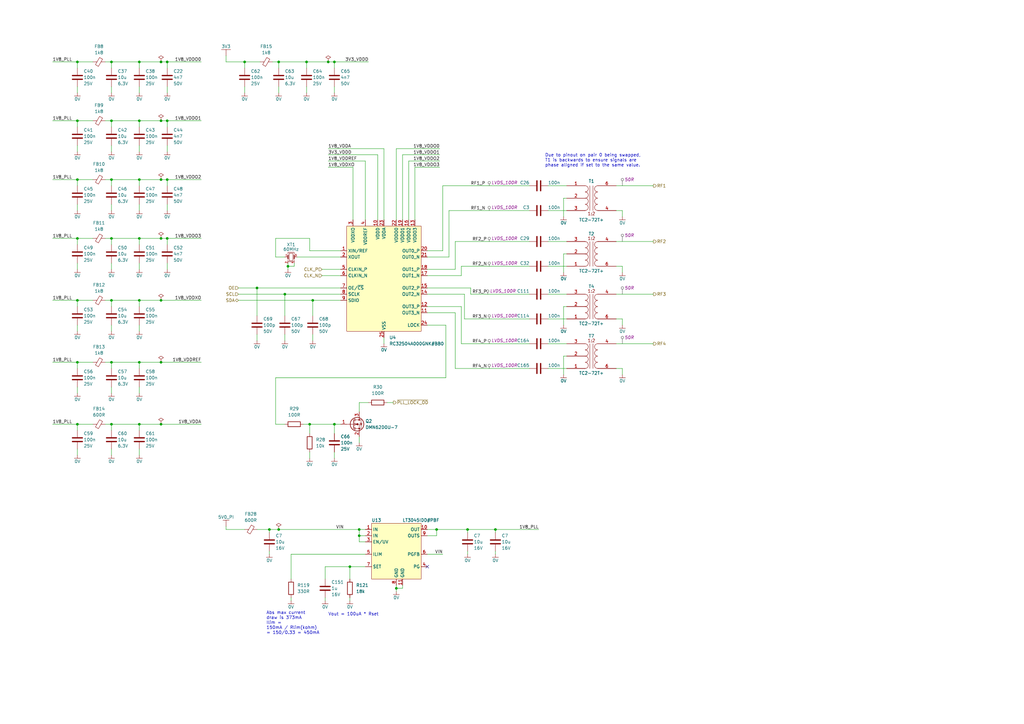
<source format=kicad_sch>
(kicad_sch (version 20230121) (generator eeschema)
  (paper "A3")
  (junction (at 66.04 97.79))
  (junction (at 68.58 25.4))
  (junction (at 57.15 148.59))
  (junction (at 57.15 173.99))
  (junction (at 125.73 25.4))
  (junction (at 118.11 109.22))
  (junction (at 179.07 217.17))
  (junction (at 66.04 173.99))
  (junction (at 57.15 49.53))
  (junction (at 66.04 73.66))
  (junction (at 134.62 25.4))
  (junction (at 45.72 73.66))
  (junction (at 147.32 219.71))
  (junction (at 116.84 120.65))
  (junction (at 68.58 49.53))
  (junction (at 143.51 232.41))
  (junction (at 127 173.99))
  (junction (at 45.72 148.59))
  (junction (at 137.16 173.99))
  (junction (at 45.72 97.79))
  (junction (at 31.75 123.19))
  (junction (at 31.75 148.59))
  (junction (at 57.15 123.19))
  (junction (at 68.58 73.66))
  (junction (at 66.04 123.19))
  (junction (at 203.2 217.17))
  (junction (at 66.04 49.53))
  (junction (at 66.04 148.59))
  (junction (at 162.56 241.3))
  (junction (at 57.15 73.66))
  (junction (at 100.33 25.4))
  (junction (at 66.04 25.4))
  (junction (at 191.77 217.17))
  (junction (at 31.75 49.53))
  (junction (at 31.75 97.79))
  (junction (at 128.27 123.19))
  (junction (at 147.32 217.17))
  (junction (at 68.58 97.79))
  (junction (at 137.16 25.4))
  (junction (at 114.3 25.4))
  (junction (at 57.15 97.79))
  (junction (at 31.75 73.66))
  (junction (at 31.75 25.4))
  (junction (at 45.72 173.99))
  (junction (at 45.72 25.4))
  (junction (at 105.41 118.11))
  (junction (at 114.3 217.17))
  (junction (at 45.72 123.19))
  (junction (at 31.75 173.99))
  (junction (at 110.49 217.17))
  (junction (at 57.15 25.4))
  (junction (at 45.72 49.53))
  (no_connect (at 175.26 232.41))
  (wire (pts (xy 68.58 25.4) (xy 68.58 27.94)))
  (wire (pts (xy 186.69 99.06) (xy 217.17 99.06)))
  (wire (pts (xy 43.18 73.66) (xy 45.72 73.66)))
  (wire (pts (xy 68.58 97.79) (xy 68.58 100.33)))
  (wire (pts (xy 110.49 217.17) (xy 114.3 217.17)))
  (wire (pts (xy 57.15 35.56) (xy 57.15 38.1)))
  (wire (pts (xy 118.11 107.95) (xy 118.11 109.22)))
  (wire (pts (xy 190.5 120.65) (xy 190.5 130.81)))
  (wire (pts (xy 57.15 97.79) (xy 66.04 97.79)))
  (wire (pts (xy 68.58 107.95) (xy 68.58 110.49)))
  (wire (pts (xy 68.58 73.66) (xy 82.55 73.66)))
  (wire (pts (xy 21.59 173.99) (xy 31.75 173.99)))
  (wire (pts (xy 97.79 118.11) (xy 105.41 118.11)))
  (wire (pts (xy 113.03 97.79) (xy 127 97.79)))
  (wire (pts (xy 149.86 222.25) (xy 147.32 222.25)))
  (wire (pts (xy 31.75 123.19) (xy 38.1 123.19)))
  (wire (pts (xy 137.16 25.4) (xy 137.16 27.94)))
  (wire (pts (xy 116.84 137.16) (xy 116.84 139.7)))
  (wire (pts (xy 114.3 217.17) (xy 147.32 217.17)))
  (wire (pts (xy 66.04 49.53) (xy 68.58 49.53)))
  (wire (pts (xy 97.79 123.19) (xy 128.27 123.19)))
  (wire (pts (xy 45.72 173.99) (xy 45.72 176.53)))
  (wire (pts (xy 31.75 148.59) (xy 31.75 151.13)))
  (wire (pts (xy 147.32 179.07) (xy 147.32 181.61)))
  (wire (pts (xy 45.72 123.19) (xy 57.15 123.19)))
  (wire (pts (xy 193.04 120.65) (xy 217.17 120.65)))
  (wire (pts (xy 31.75 59.69) (xy 31.75 62.23)))
  (wire (pts (xy 119.38 245.11) (xy 119.38 246.38)))
  (wire (pts (xy 165.1 63.5) (xy 180.34 63.5)))
  (wire (pts (xy 45.72 49.53) (xy 57.15 49.53)))
  (wire (pts (xy 21.59 97.79) (xy 31.75 97.79)))
  (wire (pts (xy 57.15 133.35) (xy 57.15 135.89)))
  (wire (pts (xy 57.15 49.53) (xy 57.15 52.07)))
  (wire (pts (xy 127 173.99) (xy 127 177.8)))
  (wire (pts (xy 45.72 97.79) (xy 57.15 97.79)))
  (wire (pts (xy 45.72 59.69) (xy 45.72 62.23)))
  (wire (pts (xy 224.79 86.36) (xy 232.41 86.36)))
  (wire (pts (xy 179.07 217.17) (xy 191.77 217.17)))
  (wire (pts (xy 175.26 113.03) (xy 189.23 113.03)))
  (wire (pts (xy 21.59 49.53) (xy 31.75 49.53)))
  (wire (pts (xy 179.07 219.71) (xy 179.07 217.17)))
  (wire (pts (xy 43.18 97.79) (xy 45.72 97.79)))
  (wire (pts (xy 119.38 237.49) (xy 119.38 227.33)))
  (wire (pts (xy 224.79 140.97) (xy 232.41 140.97)))
  (wire (pts (xy 186.69 128.27) (xy 186.69 151.13)))
  (wire (pts (xy 45.72 25.4) (xy 57.15 25.4)))
  (wire (pts (xy 92.71 22.86) (xy 92.71 25.4)))
  (wire (pts (xy 184.15 86.36) (xy 217.17 86.36)))
  (wire (pts (xy 231.14 153.67) (xy 231.14 146.05)))
  (wire (pts (xy 66.04 97.79) (xy 68.58 97.79)))
  (wire (pts (xy 189.23 125.73) (xy 189.23 140.97)))
  (wire (pts (xy 45.72 97.79) (xy 45.72 100.33)))
  (wire (pts (xy 45.72 148.59) (xy 45.72 151.13)))
  (wire (pts (xy 162.56 90.17) (xy 162.56 60.96)))
  (wire (pts (xy 113.03 173.99) (xy 113.03 154.94)))
  (wire (pts (xy 181.61 76.2) (xy 181.61 102.87)))
  (wire (pts (xy 118.11 109.22) (xy 118.11 110.49)))
  (wire (pts (xy 165.1 240.03) (xy 165.1 241.3)))
  (wire (pts (xy 167.64 90.17) (xy 167.64 66.04)))
  (wire (pts (xy 252.73 99.06) (xy 267.97 99.06)))
  (wire (pts (xy 184.15 86.36) (xy 184.15 105.41)))
  (wire (pts (xy 134.62 60.96) (xy 157.48 60.96)))
  (wire (pts (xy 252.73 76.2) (xy 267.97 76.2)))
  (wire (pts (xy 132.08 110.49) (xy 139.7 110.49)))
  (wire (pts (xy 21.59 148.59) (xy 31.75 148.59)))
  (wire (pts (xy 158.75 165.1) (xy 161.29 165.1)))
  (wire (pts (xy 147.32 217.17) (xy 149.86 217.17)))
  (wire (pts (xy 116.84 173.99) (xy 113.03 173.99)))
  (wire (pts (xy 143.51 245.11) (xy 143.51 246.38)))
  (wire (pts (xy 252.73 140.97) (xy 267.97 140.97)))
  (wire (pts (xy 45.72 184.15) (xy 45.72 186.69)))
  (wire (pts (xy 120.65 107.95) (xy 120.65 109.22)))
  (wire (pts (xy 186.69 151.13) (xy 217.17 151.13)))
  (wire (pts (xy 31.75 184.15) (xy 31.75 186.69)))
  (wire (pts (xy 92.71 25.4) (xy 100.33 25.4)))
  (wire (pts (xy 57.15 73.66) (xy 66.04 73.66)))
  (wire (pts (xy 224.79 130.81) (xy 232.41 130.81)))
  (wire (pts (xy 105.41 137.16) (xy 105.41 139.7)))
  (wire (pts (xy 43.18 25.4) (xy 45.72 25.4)))
  (wire (pts (xy 203.2 217.17) (xy 220.98 217.17)))
  (wire (pts (xy 143.51 232.41) (xy 149.86 232.41)))
  (wire (pts (xy 191.77 217.17) (xy 191.77 218.44)))
  (wire (pts (xy 97.79 120.65) (xy 116.84 120.65)))
  (wire (pts (xy 137.16 173.99) (xy 127 173.99)))
  (wire (pts (xy 57.15 123.19) (xy 66.04 123.19)))
  (wire (pts (xy 45.72 158.75) (xy 45.72 161.29)))
  (wire (pts (xy 224.79 99.06) (xy 232.41 99.06)))
  (wire (pts (xy 68.58 73.66) (xy 68.58 76.2)))
  (wire (pts (xy 66.04 73.66) (xy 68.58 73.66)))
  (wire (pts (xy 149.86 219.71) (xy 147.32 219.71)))
  (wire (pts (xy 255.27 130.81) (xy 255.27 133.35)))
  (wire (pts (xy 231.14 104.14) (xy 232.41 104.14)))
  (wire (pts (xy 175.26 128.27) (xy 186.69 128.27)))
  (wire (pts (xy 121.92 105.41) (xy 139.7 105.41)))
  (wire (pts (xy 137.16 185.42) (xy 137.16 187.96)))
  (wire (pts (xy 31.75 97.79) (xy 38.1 97.79)))
  (wire (pts (xy 144.78 90.17) (xy 144.78 68.58)))
  (wire (pts (xy 255.27 109.22) (xy 255.27 111.76)))
  (wire (pts (xy 105.41 217.17) (xy 110.49 217.17)))
  (wire (pts (xy 133.35 232.41) (xy 143.51 232.41)))
  (wire (pts (xy 92.71 217.17) (xy 100.33 217.17)))
  (wire (pts (xy 252.73 120.65) (xy 267.97 120.65)))
  (wire (pts (xy 190.5 130.81) (xy 217.17 130.81)))
  (wire (pts (xy 231.14 111.76) (xy 231.14 104.14)))
  (wire (pts (xy 144.78 68.58) (xy 134.62 68.58)))
  (wire (pts (xy 57.15 158.75) (xy 57.15 161.29)))
  (wire (pts (xy 175.26 120.65) (xy 190.5 120.65)))
  (wire (pts (xy 57.15 25.4) (xy 57.15 27.94)))
  (wire (pts (xy 31.75 123.19) (xy 31.75 125.73)))
  (wire (pts (xy 170.18 90.17) (xy 170.18 68.58)))
  (wire (pts (xy 66.04 25.4) (xy 68.58 25.4)))
  (wire (pts (xy 181.61 76.2) (xy 217.17 76.2)))
  (wire (pts (xy 68.58 49.53) (xy 82.55 49.53)))
  (wire (pts (xy 224.79 76.2) (xy 232.41 76.2)))
  (wire (pts (xy 162.56 240.03) (xy 162.56 241.3)))
  (wire (pts (xy 66.04 123.19) (xy 82.55 123.19)))
  (wire (pts (xy 21.59 73.66) (xy 31.75 73.66)))
  (wire (pts (xy 203.2 217.17) (xy 203.2 218.44)))
  (wire (pts (xy 114.3 25.4) (xy 125.73 25.4)))
  (wire (pts (xy 231.14 125.73) (xy 232.41 125.73)))
  (wire (pts (xy 175.26 125.73) (xy 189.23 125.73)))
  (wire (pts (xy 255.27 151.13) (xy 255.27 153.67)))
  (wire (pts (xy 57.15 148.59) (xy 66.04 148.59)))
  (wire (pts (xy 203.2 226.06) (xy 203.2 227.33)))
  (wire (pts (xy 186.69 110.49) (xy 186.69 99.06)))
  (wire (pts (xy 231.14 81.28) (xy 232.41 81.28)))
  (wire (pts (xy 68.58 25.4) (xy 82.55 25.4)))
  (wire (pts (xy 118.11 109.22) (xy 120.65 109.22)))
  (wire (pts (xy 132.08 113.03) (xy 139.7 113.03)))
  (wire (pts (xy 231.14 133.35) (xy 231.14 125.73)))
  (wire (pts (xy 57.15 25.4) (xy 66.04 25.4)))
  (wire (pts (xy 57.15 49.53) (xy 66.04 49.53)))
  (wire (pts (xy 157.48 60.96) (xy 157.48 90.17)))
  (wire (pts (xy 133.35 237.49) (xy 133.35 232.41)))
  (wire (pts (xy 162.56 241.3) (xy 162.56 242.57)))
  (wire (pts (xy 125.73 35.56) (xy 125.73 38.1)))
  (wire (pts (xy 147.32 168.91) (xy 147.32 165.1)))
  (wire (pts (xy 191.77 226.06) (xy 191.77 227.33)))
  (wire (pts (xy 31.75 35.56) (xy 31.75 38.1)))
  (wire (pts (xy 162.56 241.3) (xy 165.1 241.3)))
  (wire (pts (xy 147.32 222.25) (xy 147.32 219.71)))
  (wire (pts (xy 128.27 137.16) (xy 128.27 139.7)))
  (wire (pts (xy 139.7 120.65) (xy 116.84 120.65)))
  (wire (pts (xy 175.26 105.41) (xy 184.15 105.41)))
  (wire (pts (xy 125.73 25.4) (xy 134.62 25.4)))
  (wire (pts (xy 127 97.79) (xy 127 102.87)))
  (wire (pts (xy 127 102.87) (xy 139.7 102.87)))
  (wire (pts (xy 134.62 25.4) (xy 137.16 25.4)))
  (wire (pts (xy 31.75 107.95) (xy 31.75 110.49)))
  (wire (pts (xy 66.04 173.99) (xy 82.55 173.99)))
  (wire (pts (xy 255.27 86.36) (xy 255.27 88.9)))
  (wire (pts (xy 175.26 133.35) (xy 182.88 133.35)))
  (wire (pts (xy 137.16 25.4) (xy 151.13 25.4)))
  (wire (pts (xy 154.94 63.5) (xy 154.94 90.17)))
  (wire (pts (xy 147.32 219.71) (xy 147.32 217.17)))
  (wire (pts (xy 137.16 35.56) (xy 137.16 38.1)))
  (wire (pts (xy 105.41 118.11) (xy 139.7 118.11)))
  (wire (pts (xy 45.72 73.66) (xy 45.72 76.2)))
  (wire (pts (xy 157.48 138.43) (xy 157.48 140.97)))
  (wire (pts (xy 170.18 68.58) (xy 180.34 68.58)))
  (wire (pts (xy 113.03 105.41) (xy 113.03 97.79)))
  (wire (pts (xy 189.23 113.03) (xy 189.23 109.22)))
  (wire (pts (xy 128.27 123.19) (xy 139.7 123.19)))
  (wire (pts (xy 43.18 49.53) (xy 45.72 49.53)))
  (wire (pts (xy 43.18 148.59) (xy 45.72 148.59)))
  (wire (pts (xy 113.03 154.94) (xy 182.88 154.94)))
  (wire (pts (xy 100.33 25.4) (xy 106.68 25.4)))
  (wire (pts (xy 31.75 173.99) (xy 31.75 176.53)))
  (wire (pts (xy 31.75 158.75) (xy 31.75 161.29)))
  (wire (pts (xy 45.72 35.56) (xy 45.72 38.1)))
  (wire (pts (xy 92.71 215.9) (xy 92.71 217.17)))
  (wire (pts (xy 175.26 227.33) (xy 181.61 227.33)))
  (wire (pts (xy 119.38 227.33) (xy 149.86 227.33)))
  (wire (pts (xy 224.79 120.65) (xy 232.41 120.65)))
  (wire (pts (xy 45.72 123.19) (xy 45.72 125.73)))
  (wire (pts (xy 57.15 123.19) (xy 57.15 125.73)))
  (wire (pts (xy 116.84 105.41) (xy 113.03 105.41)))
  (wire (pts (xy 162.56 60.96) (xy 180.34 60.96)))
  (wire (pts (xy 31.75 25.4) (xy 38.1 25.4)))
  (wire (pts (xy 175.26 110.49) (xy 186.69 110.49)))
  (wire (pts (xy 100.33 25.4) (xy 100.33 27.94)))
  (wire (pts (xy 31.75 49.53) (xy 38.1 49.53)))
  (wire (pts (xy 57.15 83.82) (xy 57.15 86.36)))
  (wire (pts (xy 57.15 148.59) (xy 57.15 151.13)))
  (wire (pts (xy 110.49 217.17) (xy 110.49 218.44)))
  (wire (pts (xy 110.49 226.06) (xy 110.49 227.33)))
  (wire (pts (xy 31.75 148.59) (xy 38.1 148.59)))
  (wire (pts (xy 125.73 25.4) (xy 125.73 27.94)))
  (wire (pts (xy 134.62 66.04) (xy 149.86 66.04)))
  (wire (pts (xy 182.88 133.35) (xy 182.88 154.94)))
  (wire (pts (xy 252.73 151.13) (xy 255.27 151.13)))
  (wire (pts (xy 68.58 49.53) (xy 68.58 52.07)))
  (wire (pts (xy 134.62 63.5) (xy 154.94 63.5)))
  (wire (pts (xy 45.72 173.99) (xy 57.15 173.99)))
  (wire (pts (xy 175.26 219.71) (xy 179.07 219.71)))
  (wire (pts (xy 149.86 66.04) (xy 149.86 90.17)))
  (wire (pts (xy 57.15 73.66) (xy 57.15 76.2)))
  (wire (pts (xy 224.79 151.13) (xy 232.41 151.13)))
  (wire (pts (xy 165.1 90.17) (xy 165.1 63.5)))
  (wire (pts (xy 57.15 173.99) (xy 57.15 176.53)))
  (wire (pts (xy 252.73 109.22) (xy 255.27 109.22)))
  (wire (pts (xy 43.18 123.19) (xy 45.72 123.19)))
  (wire (pts (xy 189.23 140.97) (xy 217.17 140.97)))
  (wire (pts (xy 45.72 49.53) (xy 45.72 52.07)))
  (wire (pts (xy 43.18 173.99) (xy 45.72 173.99)))
  (wire (pts (xy 57.15 97.79) (xy 57.15 100.33)))
  (wire (pts (xy 191.77 217.17) (xy 203.2 217.17)))
  (wire (pts (xy 45.72 73.66) (xy 57.15 73.66)))
  (wire (pts (xy 114.3 35.56) (xy 114.3 38.1)))
  (wire (pts (xy 252.73 86.36) (xy 255.27 86.36)))
  (wire (pts (xy 66.04 148.59) (xy 82.55 148.59)))
  (wire (pts (xy 111.76 25.4) (xy 114.3 25.4)))
  (wire (pts (xy 57.15 107.95) (xy 57.15 110.49)))
  (wire (pts (xy 133.35 245.11) (xy 133.35 246.38)))
  (wire (pts (xy 116.84 120.65) (xy 116.84 129.54)))
  (wire (pts (xy 175.26 118.11) (xy 193.04 118.11)))
  (wire (pts (xy 175.26 217.17) (xy 179.07 217.17)))
  (wire (pts (xy 124.46 173.99) (xy 127 173.99)))
  (wire (pts (xy 45.72 133.35) (xy 45.72 135.89)))
  (wire (pts (xy 31.75 73.66) (xy 31.75 76.2)))
  (wire (pts (xy 231.14 146.05) (xy 232.41 146.05)))
  (wire (pts (xy 114.3 25.4) (xy 114.3 27.94)))
  (wire (pts (xy 45.72 148.59) (xy 57.15 148.59)))
  (wire (pts (xy 224.79 109.22) (xy 232.41 109.22)))
  (wire (pts (xy 128.27 129.54) (xy 128.27 123.19)))
  (wire (pts (xy 31.75 73.66) (xy 38.1 73.66)))
  (wire (pts (xy 31.75 97.79) (xy 31.75 100.33)))
  (wire (pts (xy 31.75 173.99) (xy 38.1 173.99)))
  (wire (pts (xy 137.16 173.99) (xy 137.16 177.8)))
  (wire (pts (xy 68.58 59.69) (xy 68.58 62.23)))
  (wire (pts (xy 31.75 25.4) (xy 31.75 27.94)))
  (wire (pts (xy 181.61 102.87) (xy 175.26 102.87)))
  (wire (pts (xy 57.15 59.69) (xy 57.15 62.23)))
  (wire (pts (xy 68.58 97.79) (xy 82.55 97.79)))
  (wire (pts (xy 68.58 35.56) (xy 68.58 38.1)))
  (wire (pts (xy 167.64 66.04) (xy 180.34 66.04)))
  (wire (pts (xy 57.15 173.99) (xy 66.04 173.99)))
  (wire (pts (xy 31.75 49.53) (xy 31.75 52.07)))
  (wire (pts (xy 31.75 133.35) (xy 31.75 135.89)))
  (wire (pts (xy 31.75 83.82) (xy 31.75 86.36)))
  (wire (pts (xy 147.32 165.1) (xy 151.13 165.1)))
  (wire (pts (xy 21.59 25.4) (xy 31.75 25.4)))
  (wire (pts (xy 68.58 83.82) (xy 68.58 86.36)))
  (wire (pts (xy 45.72 25.4) (xy 45.72 27.94)))
  (wire (pts (xy 252.73 130.81) (xy 255.27 130.81)))
  (wire (pts (xy 105.41 118.11) (xy 105.41 129.54)))
  (wire (pts (xy 143.51 237.49) (xy 143.51 232.41)))
  (wire (pts (xy 100.33 35.56) (xy 100.33 38.1)))
  (wire (pts (xy 45.72 107.95) (xy 45.72 110.49)))
  (wire (pts (xy 127 185.42) (xy 127 187.96)))
  (wire (pts (xy 45.72 83.82) (xy 45.72 86.36)))
  (wire (pts (xy 21.59 123.19) (xy 31.75 123.19)))
  (wire (pts (xy 57.15 184.15) (xy 57.15 186.69)))
  (wire (pts (xy 139.7 173.99) (xy 137.16 173.99)))
  (wire (pts (xy 193.04 118.11) (xy 193.04 120.65)))
  (wire (pts (xy 231.14 88.9) (xy 231.14 81.28)))
  (wire (pts (xy 189.23 109.22) (xy 217.17 109.22)))
  (text "Due to pinout on pair 0 being swapped,\nT1 is backwards to ensure signals are\nphase aligned if set to the same value." (at 223.52 68.58 0) (effects (font (size 1.27 1.27)) (justify left bottom)))
  (text "Vout = 100uA * Rset" (at 134.62 252.73 0) (effects (font (size 1.27 1.27)) (justify left bottom)))
  (text "Abs max current\ndraw is 373mA\nIlim =\n150mA / Rlim(kohm)\n= 150/0.33 = 450mA" (at 109.22 260.35 0) (effects (font (size 1.27 1.27)) (justify left bottom)))
  (label "3V3_VDDD" (at 151.13 25.4 180))
  (label "RF1_N" (at 193.04 86.36 0))
  (label "1V8_VDDREF" (at 134.62 66.04 0))
  (label "1V8_VDDO0" (at 82.55 25.4 180))
  (label "VIN" (at 181.61 227.33 180))
  (label "1V8_VDDA" (at 134.62 60.96 0))
  (label "VIN" (at 137.795 217.17 0))
  (label "1V8_PLL" (at 220.98 217.17 180))
  (label "1V8_VDDO2" (at 180.34 66.04 180))
  (label "RF1_P" (at 193.04 76.2 0))
  (label "1V8_PLL" (at 21.59 25.4 0))
  (label "1V8_PLL" (at 21.59 73.66 0))
  (label "RF2_N" (at 193.675 109.22 0))
  (label "RF4_N" (at 193.675 151.13 0))
  (label "1V8_VDDXO" (at 82.55 123.19 180))
  (label "3V3_VDDD" (at 134.62 63.5 0))
  (label "RF4_P" (at 193.675 140.97 0))
  (label "1V8_VDDREF" (at 82.55 148.59 180))
  (label "1V8_PLL" (at 21.59 148.59 0))
  (label "1V8_PLL" (at 21.59 97.79 0))
  (label "RF3_N" (at 193.675 130.81 0))
  (label "1V8_VDDO1" (at 82.55 49.53 180))
  (label "RF3_P" (at 193.675 120.65 0))
  (label "1V8_VDDO1" (at 180.34 63.5 180))
  (label "1V8_PLL" (at 21.59 173.99 0))
  (label "1V8_VDDO0" (at 180.34 60.96 180))
  (label "1V8_VDDO3" (at 82.55 97.79 180))
  (label "1V8_VDDO3" (at 180.34 68.58 180))
  (label "RF2_P" (at 193.675 99.06 0))
  (label "1V8_VDDA" (at 82.55 173.99 180))
  (label "1V8_VDDXO" (at 134.62 68.58 0))
  (label "1V8_PLL" (at 21.59 49.53 0))
  (label "1V8_VDDO2" (at 82.55 73.66 180))
  (label "1V8_PLL" (at 21.59 123.19 0))
  (hierarchical_label "RF2" (shape output) (at 267.97 99.06 0))
  (hierarchical_label "OE" (shape input) (at 97.79 118.11 180))
  (hierarchical_label "SDA" (shape bidirectional) (at 97.79 123.19 180))
  (hierarchical_label "RF1" (shape output) (at 267.97 76.2 0))
  (hierarchical_label "SCL" (shape input) (at 97.79 120.65 180))
  (hierarchical_label "CLK_P" (shape input) (at 132.08 110.49 180))
  (hierarchical_label "CLK_N" (shape input) (at 132.08 113.03 180))
  (hierarchical_label "~{PLL_LOCK_OD}" (shape output) (at 161.29 165.1 0))
  (hierarchical_label "RF4" (shape output) (at 267.97 140.97 0))
  (hierarchical_label "RF3" (shape output) (at 267.97 120.65 0))
  (netclass_flag "" (length 2.54) (shape round) (at 255.27 120.65 0) (property "Netclass" "50R" (at 256.159 118.11 0) (effects (font italic) (justify left))))
  (netclass_flag "" (length 1.27) (shape round) (at 200.66 86.36 0) (property "Netclass" "LVDS_100R" (at 201.549 85.09 0) (effects (font italic) (justify left))))
  (netclass_flag "" (length 1.27) (shape round) (at 200.66 130.81 0) (property "Netclass" "LVDS_100R" (at 201.549 129.54 0) (effects (font italic) (justify left))))
  (netclass_flag "" (length 1.27) (shape round) (at 200.66 109.22 0) (property "Netclass" "LVDS_100R" (at 201.549 107.95 0) (effects (font italic) (justify left))))
  (netclass_flag "" (length 1.27) (shape round) (at 200.66 151.13 0) (property "Netclass" "LVDS_100R" (at 201.549 149.86 0) (effects (font italic) (justify left))))
  (netclass_flag "" (length 2.54) (shape round) (at 255.27 76.2 0) (property "Netclass" "50R" (at 256.159 73.66 0) (effects (font italic) (justify left))))
  (netclass_flag "" (length 1.27) (shape round) (at 200.66 76.2 0) (property "Netclass" "LVDS_100R" (at 201.549 74.93 0) (effects (font italic) (justify left))))
  (netclass_flag "" (length 1.27) (shape round) (at 200.66 140.97 0) (property "Netclass" "LVDS_100R" (at 201.549 139.7 0) (effects (font italic) (justify left))))
  (netclass_flag "" (length 1.27) (shape round) (at 200.025 120.65 0) (property "Netclass" "LVDS_100R" (at 200.914 119.38 0) (effects (font italic) (justify left))))
  (netclass_flag "" (length 2.54) (shape round) (at 255.27 99.06 0) (property "Netclass" "50R" (at 256.159 96.52 0) (effects (font italic) (justify left))))
  (netclass_flag "" (length 1.27) (shape round) (at 200.66 99.06 0) (property "Netclass" "LVDS_100R" (at 201.549 97.79 0) (effects (font italic) (justify left))))
  (netclass_flag "" (length 2.54) (shape round) (at 255.27 140.97 0) (property "Netclass" "50R" (at 256.159 138.43 0) (effects (font italic) (justify left))))
  (symbol (lib_id "Power_WUT:0V") (at 31.75 110.49 0) (unit 1) (in_bom no) (on_board no)
    (property "Reference" "#PWR079" (effects hide))
    (property "Value" "0V" (at 31.75 113.03 0))
    (instances (project "Master Timing Card" (path "" (reference "#PWR079") (unit 1)) (path "" (reference "#PWR0120") (unit 1))))
  )
  (symbol (lib_id "Power_WUT:0V") (at 31.75 186.69 0) (unit 1) (in_bom no) (on_board no)
    (property "Reference" "#PWR092" (effects hide))
    (property "Value" "0V" (at 31.75 189.23 0))
    (instances (project "Master Timing Card" (path "" (reference "#PWR092") (unit 1)) (path "" (reference "#PWR0123") (unit 1))))
  )
  (symbol (lib_id "Preferred_WUT:Yageo CC0402KRX7R8BB104") (at 57.15 129.54 0) (unit 1)
    (property "Reference" "C55" (at 59.69 127 0) (effects (justify left)))
    (property "Value" "100n" (at 59.69 129.54 0) (effects (justify left)))
    (property "Footprint" "Capacitor_SMD:C_0402_1005Metric" (effects hide))
    (property "Datasheet" "https://www.yageo.com/upload/media/product/productsearch/datasheet/mlcc/UPY-GPHC_X7R_6.3V-to-250V_23.pdf" (effects hide))
    (property "Voltage" "25V" (at 59.69 132.08 0) (effects (justify left)))
    (property "Manufacturer" "Yageo" (effects hide))
    (property "MPN" "CC0402KRX7R8BB104" (effects hide))
    (property "Tolerance" "10%" (effects hide))
    (property "Dielectric" "X7R" (effects hide))
    (property "Height" "0.5mm" (effects hide))
    (instances (project "Master Timing Card" (path "" (reference "C55") (unit 1)) (path "" (reference "C89") (unit 1))))
  )
  (symbol (lib_id "Preferred_WUT:KOA Speer RK73H1ETTP1002F") (at 127 181.61 0) (unit 1)
    (property "Reference" "R28" (at 129.54 180.34 0) (effects (justify left)))
    (property "Value" "10k" (at 129.54 182.88 0) (effects (justify left)))
    (property "Footprint" "Resistor_SMD:R_0402_1005Metric" (effects hide))
    (property "Datasheet" "https://www.koaspeer.com/pdfs/RK73H.pdf" (effects hide))
    (property "MPN" "RK73H1ETTP1002F" (effects hide))
    (property "Manufacturer" "KOA Speer" (effects hide))
    (property "Tolerance" "1%" (effects hide))
    (property "Height" "0.4mm" (effects hide))
    (instances (project "Master Timing Card" (path "" (reference "R28") (unit 1)) (path "" (reference "R47") (unit 1))))
  )
  (symbol (lib_id "Power_WUT:3V3") (at 92.71 22.86 0) (unit 1) (in_bom no) (on_board no)
    (property "Reference" "#PWR095" (effects hide))
    (property "Value" "3V3" (at 92.71 19.05 0))
    (instances (project "Master Timing Card" (path "" (reference "#PWR095") (unit 1)) (path "" (reference "#PWR0142") (unit 1))))
  )
  (symbol (lib_id "Preferred_WUT:Murata BLM15BD182SN1D") (at 40.64 49.53 0) (unit 1)
    (property "Reference" "FB9" (at 40.6019 43.18 0))
    (property "Value" "1k8" (at 40.6019 45.72 0))
    (property "Footprint" "Inductor_SMD:L_0402_1005Metric" (effects hide))
    (property "Datasheet" "https://www.murata.com/en-eu/products/productdetail?partno=BLM15BD182SN1%23" (effects hide))
    (property "MPN" "BLM15BD182SN1D" (effects hide))
    (property "Manufacturer" "Murata" (effects hide))
    (property "Height" "0.5mm" (effects hide))
    (property "Rated Current" "100mA" (effects hide))
    (instances (project "Master Timing Card" (path "" (reference "FB9") (unit 1)) (path "" (reference "FB17") (unit 1))))
  )
  (symbol (lib_id "Preferred_WUT:Yageo CC0402KRX7R8BB104") (at 220.98 86.36 90) (unit 1)
    (property "Reference" "C3" (at 217.17 85.09 90) (effects (justify left)))
    (property "Value" "100n" (at 224.79 85.09 90) (effects (justify right)))
    (property "Footprint" "Capacitor_SMD:C_0402_1005Metric" (effects hide))
    (property "Datasheet" "https://www.yageo.com/upload/media/product/productsearch/datasheet/mlcc/UPY-GPHC_X7R_6.3V-to-250V_23.pdf" (effects hide))
    (property "Voltage" "25V" (effects hide))
    (property "Manufacturer" "Yageo" (effects hide))
    (property "MPN" "CC0402KRX7R8BB104" (effects hide))
    (property "Tolerance" "10%" (effects hide))
    (property "Dielectric" "X7R" (effects hide))
    (property "Height" "0.5mm" (effects hide))
    (instances (project "Master Timing Card" (path "" (reference "C3") (unit 1)) (path "" (reference "C161") (unit 1))))
  )
  (symbol (lib_id "Power_WUT:PWR_FLAG") (at 134.62 25.4 0) (unit 1)
    (property "Reference" "#FLG029" (effects hide))
    (property "Value" "PWR_FLAG" (effects hide))
    (instances (project "Master Timing Card" (path "" (reference "#FLG029") (unit 1)) (path "" (reference "#FLG030") (unit 1))))
  )
  (symbol (lib_id "Preferred_WUT:Yageo CC0402KRX7R8BB104") (at 31.75 154.94 0) (unit 1)
    (property "Reference" "C56" (at 34.29 152.4 0) (effects (justify left)))
    (property "Value" "100n" (at 34.29 154.94 0) (effects (justify left)))
    (property "Footprint" "Capacitor_SMD:C_0402_1005Metric" (effects hide))
    (property "Datasheet" "https://www.yageo.com/upload/media/product/productsearch/datasheet/mlcc/UPY-GPHC_X7R_6.3V-to-250V_23.pdf" (effects hide))
    (property "Voltage" "25V" (at 34.29 157.48 0) (effects (justify left)))
    (property "Manufacturer" "Yageo" (effects hide))
    (property "MPN" "CC0402KRX7R8BB104" (effects hide))
    (property "Tolerance" "10%" (effects hide))
    (property "Dielectric" "X7R" (effects hide))
    (property "Height" "0.5mm" (effects hide))
    (instances (project "Master Timing Card" (path "" (reference "C56") (unit 1)) (path "" (reference "C76") (unit 1))))
  )
  (symbol (lib_id "Preferred_WUT:Samsung Electro-Mechanics CL10A106MO8NQNC") (at 203.2 222.25 0) (unit 1)
    (property "Reference" "C7" (at 205.74 219.71 0) (effects (justify left)))
    (property "Value" "10u" (at 205.74 222.25 0) (effects (justify left)))
    (property "Footprint" "Capacitor_SMD:C_0603_1608Metric" (effects hide))
    (property "Datasheet" "https://www.mouser.co.uk/datasheet/2/585/MLCC-1837944.pdf" (effects hide))
    (property "Voltage" "16V" (at 205.74 224.79 0) (effects (justify left)))
    (property "Manufacturer" "Samsung Electro-Mechanics" (effects hide))
    (property "MPN" "CL10A106MO8NQNC" (effects hide))
    (property "Tolerance" "20%" (effects hide))
    (property "Dielectric" "X5R" (effects hide))
    (property "Height" "0.9mm" (effects hide))
    (instances (project "Master Timing Card" (path "" (reference "C7") (unit 1)) (path "" (reference "C148") (unit 1)) (path "" (reference "C148") (unit 1)) (path "" (reference "C150") (unit 1))))
  )
  (symbol (lib_id "Preferred_WUT:Murata BLM15BD182SN1D") (at 40.64 123.19 0) (unit 1)
    (property "Reference" "FB12" (at 40.6019 116.84 0))
    (property "Value" "1k8" (at 40.6019 119.38 0))
    (property "Footprint" "Inductor_SMD:L_0402_1005Metric" (effects hide))
    (property "Datasheet" "https://www.murata.com/en-eu/products/productdetail?partno=BLM15BD182SN1%23" (effects hide))
    (property "MPN" "BLM15BD182SN1D" (effects hide))
    (property "Manufacturer" "Murata" (effects hide))
    (property "Height" "0.5mm" (effects hide))
    (property "Rated Current" "100mA" (effects hide))
    (instances (project "Master Timing Card" (path "" (reference "FB12") (unit 1)) (path "" (reference "FB20") (unit 1))))
  )
  (symbol (lib_id "Auto_Library_WUT:Kemet C0402C106M9PACTU") (at 45.72 80.01 0) (unit 1)
    (property "Reference" "C46" (at 48.26 77.47 0) (effects (justify left)))
    (property "Value" "10u" (at 48.26 80.01 0) (effects (justify left)))
    (property "Footprint" "Capacitor_SMD:C_0402_1005Metric" (effects hide))
    (property "Datasheet" "https://www.mouser.co.uk/datasheet/2/447/KEM_C1006_X5R_SMD-3316465.pdf" (effects hide))
    (property "Voltage" "6.3V" (at 48.26 82.55 0) (effects (justify left)))
    (property "Manufacturer" "Kemet" (effects hide))
    (property "MPN" "C0402C106M9PACTU" (effects hide))
    (property "Tolerance" "0.2" (effects hide))
    (property "Dielectric" "X5R" (effects hide))
    (property "Height" "Nonemm" (effects hide))
    (instances (project "Master Timing Card" (path "" (reference "C46") (unit 1)) (path "" (reference "C80") (unit 1))))
  )
  (symbol (lib_id "Power_WUT:0V") (at 147.32 181.61 0) (unit 1) (in_bom no) (on_board no)
    (property "Reference" "#PWR0102" (effects hide))
    (property "Value" "0V" (at 147.32 184.15 0))
    (instances (project "Master Timing Card" (path "" (reference "#PWR0102") (unit 1)) (path "" (reference "#PWR0153") (unit 1))))
  )
  (symbol (lib_id "Auto_Library_WUT:Kemet C0402C472K5RACTU ") (at 137.16 31.75 0) (unit 1)
    (property "Reference" "C65" (at 139.7 29.21 0) (effects (justify left)))
    (property "Value" "4n7" (at 139.7 31.75 0) (effects (justify left)))
    (property "Footprint" "Capacitor_SMD:C_0402_1005Metric" (effects hide))
    (property "Datasheet" "https://www.mouser.co.uk/datasheet/2/447/KEM_C1002_X7R_SMD-3316098.pdf" (effects hide))
    (property "Voltage" "50V" (at 139.7 34.29 0) (effects (justify left)))
    (property "Manufacturer" "Kemet" (effects hide))
    (property "MPN" "C0402C472K5RACTU " (effects hide))
    (property "Tolerance" "10%" (effects hide))
    (property "Dielectric" "X7R" (effects hide))
    (property "Height" "0.5mm" (effects hide))
    (instances (project "Master Timing Card" (path "" (reference "C65") (unit 1)) (path "" (reference "C102") (unit 1))))
  )
  (symbol (lib_id "Preferred_WUT:Yageo CC0402KRX7R8BB104") (at 100.33 31.75 0) (unit 1)
    (property "Reference" "C62" (at 102.87 29.21 0) (effects (justify left)))
    (property "Value" "100n" (at 102.87 31.75 0) (effects (justify left)))
    (property "Footprint" "Capacitor_SMD:C_0402_1005Metric" (effects hide))
    (property "Datasheet" "https://www.yageo.com/upload/media/product/productsearch/datasheet/mlcc/UPY-GPHC_X7R_6.3V-to-250V_23.pdf" (effects hide))
    (property "Voltage" "25V" (at 102.87 34.29 0) (effects (justify left)))
    (property "Manufacturer" "Yageo" (effects hide))
    (property "MPN" "CC0402KRX7R8BB104" (effects hide))
    (property "Tolerance" "10%" (effects hide))
    (property "Dielectric" "X7R" (effects hide))
    (property "Height" "0.5mm" (effects hide))
    (instances (project "Master Timing Card" (path "" (reference "C62") (unit 1)) (path "" (reference "C96") (unit 1))))
  )
  (symbol (lib_id "Power_WUT:PWR_FLAG") (at 66.04 49.53 0) (unit 1)
    (property "Reference" "#FLG013" (effects hide))
    (property "Value" "PWR_FLAG" (effects hide))
    (instances (project "Master Timing Card" (path "" (reference "#FLG013") (unit 1)) (path "" (reference "#FLG014") (unit 1))))
  )
  (symbol (lib_id "Auto_Library_WUT:Kemet C0402C106M9PACTU") (at 45.72 55.88 0) (unit 1)
    (property "Reference" "C42" (at 48.26 53.34 0) (effects (justify left)))
    (property "Value" "10u" (at 48.26 55.88 0) (effects (justify left)))
    (property "Footprint" "Capacitor_SMD:C_0402_1005Metric" (effects hide))
    (property "Datasheet" "https://www.mouser.co.uk/datasheet/2/447/KEM_C1006_X5R_SMD-3316465.pdf" (effects hide))
    (property "Voltage" "6.3V" (at 48.26 58.42 0) (effects (justify left)))
    (property "Manufacturer" "Kemet" (effects hide))
    (property "MPN" "C0402C106M9PACTU" (effects hide))
    (property "Tolerance" "0.2" (effects hide))
    (property "Dielectric" "X5R" (effects hide))
    (property "Height" "Nonemm" (effects hide))
    (instances (project "Master Timing Card" (path "" (reference "C42") (unit 1)) (path "" (reference "C79") (unit 1))))
  )
  (symbol (lib_id "Power_WUT:0V") (at 157.48 140.97 0) (unit 1) (in_bom no) (on_board no)
    (property "Reference" "#PWR062" (effects hide))
    (property "Value" "0V" (at 157.48 143.51 0))
    (instances (project "Master Timing Card" (path "" (reference "#PWR062") (unit 1)) (path "" (reference "#PWR0154") (unit 1))))
  )
  (symbol (lib_id "Power_WUT:0V") (at 143.51 246.38 0) (unit 1) (in_bom no) (on_board no)
    (property "Reference" "#PWR0302" (effects hide))
    (property "Value" "0V" (at 143.51 248.92 0))
    (instances (project "Master Timing Card" (path "" (reference "#PWR0302") (unit 1)) (path "" (reference "#PWR0303") (unit 1))))
  )
  (symbol (lib_id "Auto_Library_WUT:Kemet C0402C105K4PACTU") (at 133.35 241.3 0) (unit 1)
    (property "Reference" "C151" (at 135.89 238.76 0) (effects (justify left)))
    (property "Value" "1u" (at 135.89 241.3 0) (effects (justify left)))
    (property "Footprint" "Capacitor_SMD:C_0402_1005Metric" (effects hide))
    (property "Datasheet" "https://www.mouser.co.uk/datasheet/2/447/KEM_C1006_X5R_SMD-3316465.pdf" (effects hide))
    (property "Voltage" "16V" (at 135.89 243.84 0) (effects (justify left)))
    (property "Manufacturer" "Kemet" (effects hide))
    (property "MPN" "C0402C105K4PACTU" (effects hide))
    (property "Tolerance" "0.1" (effects hide))
    (property "Dielectric" "X5R" (effects hide))
    (property "Height" "Nonemm" (effects hide))
    (instances (project "Master Timing Card" (path "" (reference "C151") (unit 1)) (path "" (reference "C152") (unit 1))))
  )
  (symbol (lib_id "Power_WUT:0V") (at 191.77 227.33 0) (unit 1) (in_bom no) (on_board no)
    (property "Reference" "#PWR0296" (effects hide))
    (property "Value" "0V" (at 191.77 229.87 0))
    (instances (project "Master Timing Card" (path "" (reference "#PWR0296") (unit 1)) (path "" (reference "#PWR0297") (unit 1))))
  )
  (symbol (lib_id "Transformer_WUT:Minicircuits_TC2-72T") (at 242.57 125.73 180) (unit 1)
    (property "Reference" "T4" (at 242.57 117.475 0))
    (property "Value" "TC2-72T+" (at 242.57 132.715 0))
    (property "Footprint" "RF_WUT:MiniCircuits_AT1521" (effects hide))
    (property "Datasheet" "https://www.minicircuits.com/pdfs/TC2-72T+.pdf" (effects hide))
    (property "Manufacturer" "Minicircuits" (effects hide))
    (property "MPN" "TC2-72T+" (effects hide))
    (instances (project "Master Timing Card" (path "" (reference "T4") (unit 1)) (path "" (reference "T6") (unit 1))))
  )
  (symbol (lib_id "Power_WUT:0V") (at 231.14 153.67 0) (unit 1) (in_bom no) (on_board no)
    (property "Reference" "#PWR059" (effects hide))
    (property "Value" "0V" (at 231.14 156.21 0))
    (instances (project "Master Timing Card" (path "" (reference "#PWR059") (unit 1)) (path "" (reference "#PWR061") (unit 1))))
  )
  (symbol (lib_id "Preferred_WUT:Yageo CC0402KRX7R8BB104") (at 31.75 55.88 0) (unit 1)
    (property "Reference" "C41" (at 34.29 53.34 0) (effects (justify left)))
    (property "Value" "100n" (at 34.29 55.88 0) (effects (justify left)))
    (property "Footprint" "Capacitor_SMD:C_0402_1005Metric" (effects hide))
    (property "Datasheet" "https://www.yageo.com/upload/media/product/productsearch/datasheet/mlcc/UPY-GPHC_X7R_6.3V-to-250V_23.pdf" (effects hide))
    (property "Voltage" "25V" (at 34.29 58.42 0) (effects (justify left)))
    (property "Manufacturer" "Yageo" (effects hide))
    (property "MPN" "CC0402KRX7R8BB104" (effects hide))
    (property "Tolerance" "10%" (effects hide))
    (property "Dielectric" "X7R" (effects hide))
    (property "Height" "0.5mm" (effects hide))
    (instances (project "Master Timing Card" (path "" (reference "C41") (unit 1)) (path "" (reference "C72") (unit 1))))
  )
  (symbol (lib_id "Preferred_WUT:Yageo CC0402KRX7R8BB104") (at 57.15 80.01 0) (unit 1)
    (property "Reference" "C47" (at 59.69 77.47 0) (effects (justify left)))
    (property "Value" "100n" (at 59.69 80.01 0) (effects (justify left)))
    (property "Footprint" "Capacitor_SMD:C_0402_1005Metric" (effects hide))
    (property "Datasheet" "https://www.yageo.com/upload/media/product/productsearch/datasheet/mlcc/UPY-GPHC_X7R_6.3V-to-250V_23.pdf" (effects hide))
    (property "Voltage" "25V" (at 59.69 82.55 0) (effects (justify left)))
    (property "Manufacturer" "Yageo" (effects hide))
    (property "MPN" "CC0402KRX7R8BB104" (effects hide))
    (property "Tolerance" "10%" (effects hide))
    (property "Dielectric" "X7R" (effects hide))
    (property "Height" "0.5mm" (effects hide))
    (instances (project "Master Timing Card" (path "" (reference "C47") (unit 1)) (path "" (reference "C87") (unit 1))))
  )
  (symbol (lib_id "Power_WUT:0V") (at 45.72 86.36 0) (unit 1) (in_bom no) (on_board no)
    (property "Reference" "#PWR075" (effects hide))
    (property "Value" "0V" (at 45.72 88.9 0))
    (instances (project "Master Timing Card" (path "" (reference "#PWR075") (unit 1)) (path "" (reference "#PWR0126") (unit 1))))
  )
  (symbol (lib_id "Auto_Library_WUT:KOA Speer RK73H1ETTP3300F") (at 119.38 241.3 0) (unit 1)
    (property "Reference" "R119" (at 121.92 240.03 0) (effects (justify left)))
    (property "Value" "330R" (at 121.92 242.57 0) (effects (justify left)))
    (property "Footprint" "Resistor_SMD:R_0402_1005Metric" (effects hide))
    (property "Datasheet" "https://www.koaspeer.com/pdfs/RK73H.pdf" (effects hide))
    (property "MPN" "RK73H1ETTP3300F" (effects hide))
    (property "Manufacturer" "KOA Speer" (effects hide))
    (property "Tolerance" "1%" (effects hide))
    (property "Height" "0.4mm" (effects hide))
    (instances (project "Master Timing Card" (path "" (reference "R119") (unit 1)) (path "" (reference "R120") (unit 1))))
  )
  (symbol (lib_id "RF_WUT:RC32504A000GNK#BB0") (at 157.48 92.71 0) (unit 1)
    (property "Reference" "U4" (at 159.6741 138.43 0) (effects (justify left)))
    (property "Value" "RC32504A000GNK#BB0" (at 159.6741 140.97 0) (effects (justify left)))
    (property "Footprint" "RF_WUT:Renesas_QFN-24-1EP_4x4mm_P0.5mm_EP2.5x2.5mm_ThermalVias" (effects hide))
    (property "Datasheet" "https://www.renesas.com/eu/en/document/dst/rc32504a-datasheet?r=1491611" (effects hide))
    (property "Manufacturer" "Renesas" (effects hide))
    (property "MPN" "RC32504A000GNK#BB0" (effects hide))
    (instances (project "Master Timing Card" (path "" (reference "U4") (unit 1)) (path "" (reference "U5") (unit 1)) (path "" (reference "U6") (unit 1))))
  )
  (symbol (lib_id "Power_WUT:0V") (at 128.27 139.7 0) (unit 1) (in_bom no) (on_board no)
    (property "Reference" "#PWR0106" (effects hide))
    (property "Value" "0V" (at 128.27 142.24 0))
    (instances (project "Master Timing Card" (path "" (reference "#PWR0106") (unit 1)) (path "" (reference "#PWR0150") (unit 1))))
  )
  (symbol (lib_id "Power_WUT:PWR_FLAG") (at 66.04 148.59 0) (unit 1)
    (property "Reference" "#FLG021" (effects hide))
    (property "Value" "PWR_FLAG" (effects hide))
    (instances (project "Master Timing Card" (path "" (reference "#FLG021") (unit 1)) (path "" (reference "#FLG022") (unit 1))))
  )
  (symbol (lib_id "Power_WUT:0V") (at 255.27 88.9 0) (unit 1) (in_bom no) (on_board no)
    (property "Reference" "#PWR058" (effects hide))
    (property "Value" "0V" (at 255.27 91.44 0))
    (instances (project "Master Timing Card" (path "" (reference "#PWR058") (unit 1)) (path "" (reference "#PWR0159") (unit 1))))
  )
  (symbol (lib_id "Auto_Library_WUT:Kemet C0402C106M9PACTU") (at 45.72 180.34 0) (unit 1)
    (property "Reference" "C60" (at 48.26 177.8 0) (effects (justify left)))
    (property "Value" "10u" (at 48.26 180.34 0) (effects (justify left)))
    (property "Footprint" "Capacitor_SMD:C_0402_1005Metric" (effects hide))
    (property "Datasheet" "https://www.mouser.co.uk/datasheet/2/447/KEM_C1006_X5R_SMD-3316465.pdf" (effects hide))
    (property "Voltage" "6.3V" (at 48.26 182.88 0) (effects (justify left)))
    (property "Manufacturer" "Kemet" (effects hide))
    (property "MPN" "C0402C106M9PACTU" (effects hide))
    (property "Tolerance" "0.2" (effects hide))
    (property "Dielectric" "X5R" (effects hide))
    (property "Height" "Nonemm" (effects hide))
    (instances (project "Master Timing Card" (path "" (reference "C60") (unit 1)) (path "" (reference "C84") (unit 1))))
  )
  (symbol (lib_id "Power_WUT:5V0_PI") (at 92.71 215.9 0) (unit 1) (in_bom no) (on_board no)
    (property "Reference" "#PWR0306" (effects hide))
    (property "Value" "5V0_PI" (at 92.71 212.09 0))
    (instances (project "Master Timing Card" (path "" (reference "#PWR0306") (unit 1)) (path "" (reference "#PWR0307") (unit 1))))
  )
  (symbol (lib_id "Power_WUT:0V") (at 133.35 246.38 0) (unit 1) (in_bom no) (on_board no)
    (property "Reference" "#PWR0304" (effects hide))
    (property "Value" "0V" (at 133.35 248.92 0))
    (instances (project "Master Timing Card" (path "" (reference "#PWR0304") (unit 1)) (path "" (reference "#PWR0305") (unit 1))))
  )
  (symbol (lib_id "Auto_Library_WUT:KOA Speer RK73H1ETTP1802F") (at 143.51 241.3 0) (unit 1)
    (property "Reference" "R121" (at 146.05 240.03 0) (effects (justify left)))
    (property "Value" "18k" (at 146.05 242.57 0) (effects (justify left)))
    (property "Footprint" "Resistor_SMD:R_0402_1005Metric" (effects hide))
    (property "Datasheet" "https://www.koaspeer.com/pdfs/RK73H.pdf" (effects hide))
    (property "MPN" "RK73H1ETTP1802F" (effects hide))
    (property "Manufacturer" "KOA Speer" (effects hide))
    (property "Tolerance" "1%" (effects hide))
    (property "Height" "0.4mm" (effects hide))
    (instances (project "Master Timing Card" (path "" (reference "R121") (unit 1)) (path "" (reference "R122") (unit 1))))
  )
  (symbol (lib_id "Auto_Library_WUT:Kemet C0402C106M9PACTU") (at 114.3 31.75 0) (unit 1)
    (property "Reference" "C63" (at 116.84 29.21 0) (effects (justify left)))
    (property "Value" "10u" (at 116.84 31.75 0) (effects (justify left)))
    (property "Footprint" "Capacitor_SMD:C_0402_1005Metric" (effects hide))
    (property "Datasheet" "https://www.mouser.co.uk/datasheet/2/447/KEM_C1006_X5R_SMD-3316465.pdf" (effects hide))
    (property "Voltage" "6.3V" (at 116.84 34.29 0) (effects (justify left)))
    (property "Manufacturer" "Kemet" (effects hide))
    (property "MPN" "C0402C106M9PACTU" (effects hide))
    (property "Tolerance" "0.2" (effects hide))
    (property "Dielectric" "X5R" (effects hide))
    (property "Height" "Nonemm" (effects hide))
    (instances (project "Master Timing Card" (path "" (reference "C63") (unit 1)) (path "" (reference "C98") (unit 1))))
  )
  (symbol (lib_id "Power_WUT:PWR_FLAG") (at 114.3 217.17 0) (unit 1)
    (property "Reference" "#FLG010" (effects hide))
    (property "Value" "PWR_FLAG" (effects hide))
    (instances (project "Master Timing Card" (path "" (reference "#FLG010") (unit 1)) (path "" (reference "#FLG031") (unit 1))))
  )
  (symbol (lib_id "Preferred_WUT:Samsung Electro-Mechanics CL10A106MO8NQNC") (at 191.77 222.25 0) (unit 1)
    (property "Reference" "C7" (at 194.31 219.71 0) (effects (justify left)))
    (property "Value" "10u" (at 194.31 222.25 0) (effects (justify left)))
    (property "Footprint" "Capacitor_SMD:C_0603_1608Metric" (effects hide))
    (property "Datasheet" "https://www.mouser.co.uk/datasheet/2/585/MLCC-1837944.pdf" (effects hide))
    (property "Voltage" "16V" (at 194.31 224.79 0) (effects (justify left)))
    (property "Manufacturer" "Samsung Electro-Mechanics" (effects hide))
    (property "MPN" "CL10A106MO8NQNC" (effects hide))
    (property "Tolerance" "20%" (effects hide))
    (property "Dielectric" "X5R" (effects hide))
    (property "Height" "0.9mm" (effects hide))
    (instances (project "Master Timing Card" (path "" (reference "C7") (unit 1)) (path "" (reference "C115") (unit 1)) (path "" (reference "C115") (unit 1)) (path "" (reference "C149") (unit 1))))
  )
  (symbol (lib_id "Power_WUT:0V") (at 45.72 186.69 0) (unit 1) (in_bom no) (on_board no)
    (property "Reference" "#PWR093" (effects hide))
    (property "Value" "0V" (at 45.72 189.23 0))
    (instances (project "Master Timing Card" (path "" (reference "#PWR093") (unit 1)) (path "" (reference "#PWR0130") (unit 1))))
  )
  (symbol (lib_id "Power_WUT:0V") (at 68.58 110.49 0) (unit 1) (in_bom no) (on_board no)
    (property "Reference" "#PWR082" (effects hide))
    (property "Value" "0V" (at 68.58 113.03 0))
    (instances (project "Master Timing Card" (path "" (reference "#PWR082") (unit 1)) (path "" (reference "#PWR0141") (unit 1))))
  )
  (symbol (lib_id "Power_WUT:0V") (at 231.14 133.35 0) (unit 1) (in_bom no) (on_board no)
    (property "Reference" "#PWR019" (effects hide))
    (property "Value" "0V" (at 231.14 135.89 0))
    (instances (project "Master Timing Card" (path "" (reference "#PWR019") (unit 1)) (path "" (reference "#PWR056") (unit 1))))
  )
  (symbol (lib_id "Preferred_WUT:KOA Speer RK73H1ETTP1000F") (at 120.65 173.99 90) (unit 1)
    (property "Reference" "R29" (at 120.65 167.64 90))
    (property "Value" "100R" (at 120.65 170.18 90))
    (property "Footprint" "Resistor_SMD:R_0402_1005Metric" (effects hide))
    (property "Datasheet" "https://www.koaspeer.com/pdfs/RK73H.pdf" (effects hide))
    (property "MPN" "RK73H1ETTP1000F" (effects hide))
    (property "Manufacturer" "KOA Speer" (effects hide))
    (property "Tolerance" "1%" (effects hide))
    (property "Height" "0.4mm" (effects hide))
    (instances (project "Master Timing Card" (path "" (reference "R29") (unit 1)) (path "" (reference "R46") (unit 1))))
  )
  (symbol (lib_id "Power_WUT:0V") (at 203.2 227.33 0) (unit 1) (in_bom no) (on_board no)
    (property "Reference" "#PWR0298" (effects hide))
    (property "Value" "0V" (at 203.2 229.87 0))
    (instances (project "Master Timing Card" (path "" (reference "#PWR0298") (unit 1)) (path "" (reference "#PWR0299") (unit 1))))
  )
  (symbol (lib_id "Preferred_WUT:Yageo CC0402KRX7R8BB104") (at 31.75 129.54 0) (unit 1)
    (property "Reference" "C53" (at 34.29 127 0) (effects (justify left)))
    (property "Value" "100n" (at 34.29 129.54 0) (effects (justify left)))
    (property "Footprint" "Capacitor_SMD:C_0402_1005Metric" (effects hide))
    (property "Datasheet" "https://www.yageo.com/upload/media/product/productsearch/datasheet/mlcc/UPY-GPHC_X7R_6.3V-to-250V_23.pdf" (effects hide))
    (property "Voltage" "25V" (at 34.29 132.08 0) (effects (justify left)))
    (property "Manufacturer" "Yageo" (effects hide))
    (property "MPN" "CC0402KRX7R8BB104" (effects hide))
    (property "Tolerance" "10%" (effects hide))
    (property "Dielectric" "X7R" (effects hide))
    (property "Height" "0.5mm" (effects hide))
    (instances (project "Master Timing Card" (path "" (reference "C53") (unit 1)) (path "" (reference "C75") (unit 1))))
  )
  (symbol (lib_id "Preferred_WUT:Yageo CC0402KRX7R8BB104") (at 57.15 55.88 0) (unit 1)
    (property "Reference" "C43" (at 59.69 53.34 0) (effects (justify left)))
    (property "Value" "100n" (at 59.69 55.88 0) (effects (justify left)))
    (property "Footprint" "Capacitor_SMD:C_0402_1005Metric" (effects hide))
    (property "Datasheet" "https://www.yageo.com/upload/media/product/productsearch/datasheet/mlcc/UPY-GPHC_X7R_6.3V-to-250V_23.pdf" (effects hide))
    (property "Voltage" "25V" (at 59.69 58.42 0) (effects (justify left)))
    (property "Manufacturer" "Yageo" (effects hide))
    (property "MPN" "CC0402KRX7R8BB104" (effects hide))
    (property "Tolerance" "10%" (effects hide))
    (property "Dielectric" "X7R" (effects hide))
    (property "Height" "0.5mm" (effects hide))
    (instances (project "Master Timing Card" (path "" (reference "C43") (unit 1)) (path "" (reference "C86") (unit 1))))
  )
  (symbol (lib_id "Preferred_WUT:Yageo CC0402KRX7R8BB104") (at 220.98 151.13 90) (unit 1)
    (property "Reference" "C165" (at 217.17 149.86 90) (effects (justify left)))
    (property "Value" "100n" (at 224.79 149.86 90) (effects (justify right)))
    (property "Footprint" "Capacitor_SMD:C_0402_1005Metric" (effects hide))
    (property "Datasheet" "https://www.yageo.com/upload/media/product/productsearch/datasheet/mlcc/UPY-GPHC_X7R_6.3V-to-250V_23.pdf" (effects hide))
    (property "Voltage" "25V" (effects hide))
    (property "Manufacturer" "Yageo" (effects hide))
    (property "MPN" "CC0402KRX7R8BB104" (effects hide))
    (property "Tolerance" "10%" (effects hide))
    (property "Dielectric" "X7R" (effects hide))
    (property "Height" "0.5mm" (effects hide))
    (instances (project "Master Timing Card" (path "" (reference "C165") (unit 1)) (path "" (reference "C167") (unit 1))))
  )
  (symbol (lib_id "Preferred_WUT:Yageo CC0402KRX7R8BB104") (at 220.98 109.22 90) (unit 1)
    (property "Reference" "C32" (at 217.17 107.95 90) (effects (justify left)))
    (property "Value" "100n" (at 224.79 107.95 90) (effects (justify right)))
    (property "Footprint" "Capacitor_SMD:C_0402_1005Metric" (effects hide))
    (property "Datasheet" "https://www.yageo.com/upload/media/product/productsearch/datasheet/mlcc/UPY-GPHC_X7R_6.3V-to-250V_23.pdf" (effects hide))
    (property "Voltage" "25V" (effects hide))
    (property "Manufacturer" "Yageo" (effects hide))
    (property "MPN" "CC0402KRX7R8BB104" (effects hide))
    (property "Tolerance" "10%" (effects hide))
    (property "Dielectric" "X7R" (effects hide))
    (property "Height" "0.5mm" (effects hide))
    (instances (project "Master Timing Card" (path "" (reference "C32") (unit 1)) (path "" (reference "C108") (unit 1))))
  )
  (symbol (lib_id "FET_WUT:DMN62D0U-7") (at 147.32 173.99 0) (unit 1)
    (property "Reference" "Q2" (at 149.86 172.72 0) (effects (justify left)))
    (property "Value" "DMN62D0U-7" (at 149.86 175.26 0) (effects (justify left)))
    (property "Footprint" "Package_TO_SOT_SMD:SOT-23" (effects hide))
    (property "Datasheet" "https://www.diodes.com/assets/Datasheets/DMN62D0U.pdf" (effects hide))
    (property "Manufacturer" "Diodes Inc." (effects hide))
    (property "MPN" "DMN62D0U-7" (effects hide))
    (instances (project "Master Timing Card" (path "" (reference "Q2") (unit 1)) (path "" (reference "Q3") (unit 1))))
  )
  (symbol (lib_id "Auto_Library_WUT:Kemet C0402C472K5RACTU ") (at 68.58 31.75 0) (unit 1)
    (property "Reference" "C22" (at 71.12 29.21 0) (effects (justify left)))
    (property "Value" "4n7" (at 71.12 31.75 0) (effects (justify left)))
    (property "Footprint" "Capacitor_SMD:C_0402_1005Metric" (effects hide))
    (property "Datasheet" "https://www.mouser.co.uk/datasheet/2/447/KEM_C1002_X7R_SMD-3316098.pdf" (effects hide))
    (property "Voltage" "50V" (at 71.12 34.29 0) (effects (justify left)))
    (property "Manufacturer" "Kemet" (effects hide))
    (property "MPN" "C0402C472K5RACTU " (effects hide))
    (property "Tolerance" "10%" (effects hide))
    (property "Dielectric" "X7R" (effects hide))
    (property "Height" "0.5mm" (effects hide))
    (instances (project "Master Timing Card" (path "" (reference "C22") (unit 1)) (path "" (reference "C92") (unit 1))))
  )
  (symbol (lib_id "Preferred_WUT:Murata BLM18AG601SN1D") (at 40.64 173.99 0) (unit 1)
    (property "Reference" "FB14" (at 40.6019 167.64 0))
    (property "Value" "600R" (at 40.6019 170.18 0))
    (property "Footprint" "Inductor_SMD:L_0603_1608Metric" (effects hide))
    (property "Datasheet" "https://www.murata.com/en-eu/products/productdetail?partno=BLM18AG601SN1%23" (effects hide))
    (property "MPN" "BLM18AG601SN1D" (effects hide))
    (property "Manufacturer" "Murata" (effects hide))
    (property "Height" "0.95mm" (effects hide))
    (property "Rated Current" "500mA" (effects hide))
    (instances (project "Master Timing Card" (path "" (reference "FB14") (unit 1)) (path "" (reference "FB22") (unit 1))))
  )
  (symbol (lib_id "Transformer_WUT:Minicircuits_TC2-72T") (at 242.57 104.14 180) (unit 1)
    (property "Reference" "T2" (at 242.57 95.885 0))
    (property "Value" "TC2-72T+" (at 242.57 111.125 0))
    (property "Footprint" "RF_WUT:MiniCircuits_AT1521" (effects hide))
    (property "Datasheet" "https://www.minicircuits.com/pdfs/TC2-72T+.pdf" (effects hide))
    (property "Manufacturer" "Minicircuits" (effects hide))
    (property "MPN" "TC2-72T+" (effects hide))
    (instances (project "Master Timing Card" (path "" (reference "T2") (unit 1)) (path "" (reference "T3") (unit 1))))
  )
  (symbol (lib_id "Auto_Library_WUT:Kemet C0402C101F5GACTU") (at 128.27 133.35 0) (unit 1)
    (property "Reference" "C68" (at 130.81 130.81 0) (effects (justify left)))
    (property "Value" "100p" (at 130.81 133.35 0) (effects (justify left)))
    (property "Footprint" "Capacitor_SMD:C_0402_1005Metric" (effects hide))
    (property "Datasheet" "https://www.mouser.co.uk/datasheet/2/447/KEM_C1006_X5R_SMD-3316465.pdf" (effects hide))
    (property "Voltage" "50V" (at 130.81 135.89 0) (effects (justify left)))
    (property "Manufacturer" "Kemet" (effects hide))
    (property "MPN" "C0402C101F5GACTU" (effects hide))
    (property "Tolerance" "0.01" (effects hide))
    (property "Dielectric" "NP0/C0G" (effects hide))
    (property "Height" "0.5mm" (effects hide))
    (instances (project "Master Timing Card" (path "" (reference "C68") (unit 1)) (path "" (reference "C101") (unit 1))))
  )
  (symbol (lib_id "Power_WUT:0V") (at 118.11 110.49 0) (unit 1) (in_bom no) (on_board no)
    (property "Reference" "#PWR0103" (effects hide))
    (property "Value" "0V" (at 118.11 113.03 0))
    (instances (project "Master Timing Card" (path "" (reference "#PWR0103") (unit 1)) (path "" (reference "#PWR0147") (unit 1))))
  )
  (symbol (lib_id "Preferred_WUT:Yageo CC0402KRX7R8BB104") (at 31.75 80.01 0) (unit 1)
    (property "Reference" "C45" (at 34.29 77.47 0) (effects (justify left)))
    (property "Value" "100n" (at 34.29 80.01 0) (effects (justify left)))
    (property "Footprint" "Capacitor_SMD:C_0402_1005Metric" (effects hide))
    (property "Datasheet" "https://www.yageo.com/upload/media/product/productsearch/datasheet/mlcc/UPY-GPHC_X7R_6.3V-to-250V_23.pdf" (effects hide))
    (property "Voltage" "25V" (at 34.29 82.55 0) (effects (justify left)))
    (property "Manufacturer" "Yageo" (effects hide))
    (property "MPN" "CC0402KRX7R8BB104" (effects hide))
    (property "Tolerance" "10%" (effects hide))
    (property "Dielectric" "X7R" (effects hide))
    (property "Height" "0.5mm" (effects hide))
    (instances (project "Master Timing Card" (path "" (reference "C45") (unit 1)) (path "" (reference "C73") (unit 1))))
  )
  (symbol (lib_id "Preferred_WUT:Yageo CC0402KRX7R8BB104") (at 220.98 99.06 90) (unit 1)
    (property "Reference" "C29" (at 217.17 97.79 90) (effects (justify left)))
    (property "Value" "100n" (at 224.79 97.79 90) (effects (justify right)))
    (property "Footprint" "Capacitor_SMD:C_0402_1005Metric" (effects hide))
    (property "Datasheet" "https://www.yageo.com/upload/media/product/productsearch/datasheet/mlcc/UPY-GPHC_X7R_6.3V-to-250V_23.pdf" (effects hide))
    (property "Voltage" "25V" (effects hide))
    (property "Manufacturer" "Yageo" (effects hide))
    (property "MPN" "CC0402KRX7R8BB104" (effects hide))
    (property "Tolerance" "10%" (effects hide))
    (property "Dielectric" "X7R" (effects hide))
    (property "Height" "0.5mm" (effects hide))
    (instances (project "Master Timing Card" (path "" (reference "C29") (unit 1)) (path "" (reference "C35") (unit 1))))
  )
  (symbol (lib_id "Auto_Library_WUT:Kemet C0402C106M9PACTU") (at 45.72 31.75 0) (unit 1)
    (property "Reference" "C37" (at 48.26 29.21 0) (effects (justify left)))
    (property "Value" "10u" (at 48.26 31.75 0) (effects (justify left)))
    (property "Footprint" "Capacitor_SMD:C_0402_1005Metric" (effects hide))
    (property "Datasheet" "https://www.mouser.co.uk/datasheet/2/447/KEM_C1006_X5R_SMD-3316465.pdf" (effects hide))
    (property "Voltage" "6.3V" (at 48.26 34.29 0) (effects (justify left)))
    (property "Manufacturer" "Kemet" (effects hide))
    (property "MPN" "C0402C106M9PACTU" (effects hide))
    (property "Tolerance" "0.2" (effects hide))
    (property "Dielectric" "X5R" (effects hide))
    (property "Height" "Nonemm" (effects hide))
    (instances (project "Master Timing Card" (path "" (reference "C37") (unit 1)) (path "" (reference "C78") (unit 1))))
  )
  (symbol (lib_id "Preferred_WUT:Yageo CC0402KRX7R8BB104") (at 125.73 31.75 0) (unit 1)
    (property "Reference" "C64" (at 128.27 29.21 0) (effects (justify left)))
    (property "Value" "100n" (at 128.27 31.75 0) (effects (justify left)))
    (property "Footprint" "Capacitor_SMD:C_0402_1005Metric" (effects hide))
    (property "Datasheet" "https://www.yageo.com/upload/media/product/productsearch/datasheet/mlcc/UPY-GPHC_X7R_6.3V-to-250V_23.pdf" (effects hide))
    (property "Voltage" "25V" (at 128.27 34.29 0) (effects (justify left)))
    (property "Manufacturer" "Yageo" (effects hide))
    (property "MPN" "CC0402KRX7R8BB104" (effects hide))
    (property "Tolerance" "10%" (effects hide))
    (property "Dielectric" "X7R" (effects hide))
    (property "Height" "0.5mm" (effects hide))
    (instances (project "Master Timing Card" (path "" (reference "C64") (unit 1)) (path "" (reference "C100") (unit 1))))
  )
  (symbol (lib_id "Preferred_WUT:Yageo CC0402KRX7R8BB104") (at 57.15 31.75 0) (unit 1)
    (property "Reference" "C38" (at 59.69 29.21 0) (effects (justify left)))
    (property "Value" "100n" (at 59.69 31.75 0) (effects (justify left)))
    (property "Footprint" "Capacitor_SMD:C_0402_1005Metric" (effects hide))
    (property "Datasheet" "https://www.yageo.com/upload/media/product/productsearch/datasheet/mlcc/UPY-GPHC_X7R_6.3V-to-250V_23.pdf" (effects hide))
    (property "Voltage" "25V" (at 59.69 34.29 0) (effects (justify left)))
    (property "Manufacturer" "Yageo" (effects hide))
    (property "MPN" "CC0402KRX7R8BB104" (effects hide))
    (property "Tolerance" "10%" (effects hide))
    (property "Dielectric" "X7R" (effects hide))
    (property "Height" "0.5mm" (effects hide))
    (instances (project "Master Timing Card" (path "" (reference "C38") (unit 1)) (path "" (reference "C85") (unit 1))))
  )
  (symbol (lib_id "Power_WUT:0V") (at 68.58 86.36 0) (unit 1) (in_bom no) (on_board no)
    (property "Reference" "#PWR077" (effects hide))
    (property "Value" "0V" (at 68.58 88.9 0))
    (instances (project "Master Timing Card" (path "" (reference "#PWR077") (unit 1)) (path "" (reference "#PWR0140") (unit 1))))
  )
  (symbol (lib_id "Power_WUT:0V") (at 31.75 135.89 0) (unit 1) (in_bom no) (on_board no)
    (property "Reference" "#PWR084" (effects hide))
    (property "Value" "0V" (at 31.75 138.43 0))
    (instances (project "Master Timing Card" (path "" (reference "#PWR084") (unit 1)) (path "" (reference "#PWR0121") (unit 1))))
  )
  (symbol (lib_id "Power_WUT:0V") (at 119.38 246.38 0) (unit 1) (in_bom no) (on_board no)
    (property "Reference" "#PWR0300" (effects hide))
    (property "Value" "0V" (at 119.38 248.92 0))
    (instances (project "Master Timing Card" (path "" (reference "#PWR0300") (unit 1)) (path "" (reference "#PWR0301") (unit 1))))
  )
  (symbol (lib_id "Power_WUT:0V") (at 57.15 38.1 0) (unit 1) (in_bom no) (on_board no)
    (property "Reference" "#PWR064" (effects hide))
    (property "Value" "0V" (at 57.15 40.64 0))
    (instances (project "Master Timing Card" (path "" (reference "#PWR064") (unit 1)) (path "" (reference "#PWR0131") (unit 1))))
  )
  (symbol (lib_id "Preferred_WUT:Yageo CC0402KRX7R8BB104") (at 137.16 181.61 0) (unit 1)
    (property "Reference" "C66" (at 139.7 179.07 0) (effects (justify left)))
    (property "Value" "100n" (at 139.7 181.61 0) (effects (justify left)))
    (property "Footprint" "Capacitor_SMD:C_0402_1005Metric" (effects hide))
    (property "Datasheet" "https://www.yageo.com/upload/media/product/productsearch/datasheet/mlcc/UPY-GPHC_X7R_6.3V-to-250V_23.pdf" (effects hide))
    (property "Voltage" "25V" (at 139.7 184.15 0) (effects (justify left)))
    (property "Manufacturer" "Yageo" (effects hide))
    (property "MPN" "CC0402KRX7R8BB104" (effects hide))
    (property "Tolerance" "10%" (effects hide))
    (property "Dielectric" "X7R" (effects hide))
    (property "Height" "0.5mm" (effects hide))
    (instances (project "Master Timing Card" (path "" (reference "C66") (unit 1)) (path "" (reference "C103") (unit 1))))
  )
  (symbol (lib_id "Preferred_WUT:Murata BLM15BD182SN1D") (at 40.64 25.4 0) (unit 1)
    (property "Reference" "FB8" (at 40.6019 19.05 0))
    (property "Value" "1k8" (at 40.6019 21.59 0))
    (property "Footprint" "Inductor_SMD:L_0402_1005Metric" (effects hide))
    (property "Datasheet" "https://www.murata.com/en-eu/products/productdetail?partno=BLM15BD182SN1%23" (effects hide))
    (property "MPN" "BLM15BD182SN1D" (effects hide))
    (property "Manufacturer" "Murata" (effects hide))
    (property "Height" "0.5mm" (effects hide))
    (property "Rated Current" "100mA" (effects hide))
    (instances (project "Master Timing Card" (path "" (reference "FB8") (unit 1)) (path "" (reference "FB16") (unit 1))))
  )
  (symbol (lib_id "Power_WUT:0V") (at 68.58 38.1 0) (unit 1) (in_bom no) (on_board no)
    (property "Reference" "#PWR065" (effects hide))
    (property "Value" "0V" (at 68.58 40.64 0))
    (instances (project "Master Timing Card" (path "" (reference "#PWR065") (unit 1)) (path "" (reference "#PWR0138") (unit 1))))
  )
  (symbol (lib_id "Preferred_WUT:Yageo CC0402KRX7R8BB104") (at 220.98 140.97 90) (unit 1)
    (property "Reference" "C164" (at 217.17 139.7 90) (effects (justify left)))
    (property "Value" "100n" (at 224.79 139.7 90) (effects (justify right)))
    (property "Footprint" "Capacitor_SMD:C_0402_1005Metric" (effects hide))
    (property "Datasheet" "https://www.yageo.com/upload/media/product/productsearch/datasheet/mlcc/UPY-GPHC_X7R_6.3V-to-250V_23.pdf" (effects hide))
    (property "Voltage" "25V" (effects hide))
    (property "Manufacturer" "Yageo" (effects hide))
    (property "MPN" "CC0402KRX7R8BB104" (effects hide))
    (property "Tolerance" "10%" (effects hide))
    (property "Dielectric" "X7R" (effects hide))
    (property "Height" "0.5mm" (effects hide))
    (instances (project "Master Timing Card" (path "" (reference "C164") (unit 1)) (path "" (reference "C166") (unit 1))))
  )
  (symbol (lib_id "Preferred_WUT:Yageo CC0402KRX7R8BB104") (at 31.75 180.34 0) (unit 1)
    (property "Reference" "C59" (at 34.29 177.8 0) (effects (justify left)))
    (property "Value" "100n" (at 34.29 180.34 0) (effects (justify left)))
    (property "Footprint" "Capacitor_SMD:C_0402_1005Metric" (effects hide))
    (property "Datasheet" "https://www.yageo.com/upload/media/product/productsearch/datasheet/mlcc/UPY-GPHC_X7R_6.3V-to-250V_23.pdf" (effects hide))
    (property "Voltage" "25V" (at 34.29 182.88 0) (effects (justify left)))
    (property "Manufacturer" "Yageo" (effects hide))
    (property "MPN" "CC0402KRX7R8BB104" (effects hide))
    (property "Tolerance" "10%" (effects hide))
    (property "Dielectric" "X7R" (effects hide))
    (property "Height" "0.5mm" (effects hide))
    (instances (project "Master Timing Card" (path "" (reference "C59") (unit 1)) (path "" (reference "C77") (unit 1))))
  )
  (symbol (lib_id "Power_WUT:0V") (at 127 187.96 0) (unit 1) (in_bom no) (on_board no)
    (property "Reference" "#PWR0100" (effects hide))
    (property "Value" "0V" (at 127 190.5 0))
    (instances (project "Master Timing Card" (path "" (reference "#PWR0100") (unit 1)) (path "" (reference "#PWR0149") (unit 1))))
  )
  (symbol (lib_id "Power_WUT:PWR_FLAG") (at 66.04 173.99 0) (unit 1)
    (property "Reference" "#FLG023" (effects hide))
    (property "Value" "PWR_FLAG" (effects hide))
    (instances (project "Master Timing Card" (path "" (reference "#FLG023") (unit 1)) (path "" (reference "#FLG024") (unit 1))))
  )
  (symbol (lib_id "Power_WUT:0V") (at 31.75 38.1 0) (unit 1) (in_bom no) (on_board no)
    (property "Reference" "#PWR066" (effects hide))
    (property "Value" "0V" (at 31.75 40.64 0))
    (instances (project "Master Timing Card" (path "" (reference "#PWR066") (unit 1)) (path "" (reference "#PWR0117") (unit 1))))
  )
  (symbol (lib_id "Power_WUT:0V") (at 105.41 139.7 0) (unit 1) (in_bom no) (on_board no)
    (property "Reference" "#PWR0104" (effects hide))
    (property "Value" "0V" (at 105.41 142.24 0))
    (instances (project "Master Timing Card" (path "" (reference "#PWR0104") (unit 1)) (path "" (reference "#PWR0144") (unit 1))))
  )
  (symbol (lib_id "Auto_Library_WUT:Kemet C0402C106M9PACTU") (at 45.72 154.94 0) (unit 1)
    (property "Reference" "C57" (at 48.26 152.4 0) (effects (justify left)))
    (property "Value" "10u" (at 48.26 154.94 0) (effects (justify left)))
    (property "Footprint" "Capacitor_SMD:C_0402_1005Metric" (effects hide))
    (property "Datasheet" "https://www.mouser.co.uk/datasheet/2/447/KEM_C1006_X5R_SMD-3316465.pdf" (effects hide))
    (property "Voltage" "6.3V" (at 48.26 157.48 0) (effects (justify left)))
    (property "Manufacturer" "Kemet" (effects hide))
    (property "MPN" "C0402C106M9PACTU" (effects hide))
    (property "Tolerance" "0.2" (effects hide))
    (property "Dielectric" "X5R" (effects hide))
    (property "Height" "Nonemm" (effects hide))
    (instances (project "Master Timing Card" (path "" (reference "C57") (unit 1)) (path "" (reference "C83") (unit 1))))
  )
  (symbol (lib_id "Auto_Library_WUT:Kemet C0402C472K5RACTU ") (at 68.58 104.14 0) (unit 1)
    (property "Reference" "C52" (at 71.12 101.6 0) (effects (justify left)))
    (property "Value" "4n7" (at 71.12 104.14 0) (effects (justify left)))
    (property "Footprint" "Capacitor_SMD:C_0402_1005Metric" (effects hide))
    (property "Datasheet" "https://www.mouser.co.uk/datasheet/2/447/KEM_C1002_X7R_SMD-3316098.pdf" (effects hide))
    (property "Voltage" "50V" (at 71.12 106.68 0) (effects (justify left)))
    (property "Manufacturer" "Kemet" (effects hide))
    (property "MPN" "C0402C472K5RACTU " (effects hide))
    (property "Tolerance" "10%" (effects hide))
    (property "Dielectric" "X7R" (effects hide))
    (property "Height" "0.5mm" (effects hide))
    (instances (project "Master Timing Card" (path "" (reference "C52") (unit 1)) (path "" (reference "C95") (unit 1))))
  )
  (symbol (lib_id "Preferred_WUT:Yageo CC0402KRX7R8BB104") (at 57.15 180.34 0) (unit 1)
    (property "Reference" "C61" (at 59.69 177.8 0) (effects (justify left)))
    (property "Value" "100n" (at 59.69 180.34 0) (effects (justify left)))
    (property "Footprint" "Capacitor_SMD:C_0402_1005Metric" (effects hide))
    (property "Datasheet" "https://www.yageo.com/upload/media/product/productsearch/datasheet/mlcc/UPY-GPHC_X7R_6.3V-to-250V_23.pdf" (effects hide))
    (property "Voltage" "25V" (at 59.69 182.88 0) (effects (justify left)))
    (property "Manufacturer" "Yageo" (effects hide))
    (property "MPN" "CC0402KRX7R8BB104" (effects hide))
    (property "Tolerance" "10%" (effects hide))
    (property "Dielectric" "X7R" (effects hide))
    (property "Height" "0.5mm" (effects hide))
    (instances (project "Master Timing Card" (path "" (reference "C61") (unit 1)) (path "" (reference "C91") (unit 1))))
  )
  (symbol (lib_id "Preferred_WUT:Yageo CC0402KRX7R8BB104") (at 57.15 104.14 0) (unit 1)
    (property "Reference" "C51" (at 59.69 101.6 0) (effects (justify left)))
    (property "Value" "100n" (at 59.69 104.14 0) (effects (justify left)))
    (property "Footprint" "Capacitor_SMD:C_0402_1005Metric" (effects hide))
    (property "Datasheet" "https://www.yageo.com/upload/media/product/productsearch/datasheet/mlcc/UPY-GPHC_X7R_6.3V-to-250V_23.pdf" (effects hide))
    (property "Voltage" "25V" (at 59.69 106.68 0) (effects (justify left)))
    (property "Manufacturer" "Yageo" (effects hide))
    (property "MPN" "CC0402KRX7R8BB104" (effects hide))
    (property "Tolerance" "10%" (effects hide))
    (property "Dielectric" "X7R" (effects hide))
    (property "Height" "0.5mm" (effects hide))
    (instances (project "Master Timing Card" (path "" (reference "C51") (unit 1)) (path "" (reference "C88") (unit 1))))
  )
  (symbol (lib_id "Power_WUT:PWR_FLAG") (at 66.04 25.4 0) (unit 1)
    (property "Reference" "#FLG011" (effects hide))
    (property "Value" "PWR_FLAG" (effects hide))
    (instances (project "Master Timing Card" (path "" (reference "#FLG011") (unit 1)) (path "" (reference "#FLG012") (unit 1))))
  )
  (symbol (lib_id "Power_WUT:0V") (at 57.15 186.69 0) (unit 1) (in_bom no) (on_board no)
    (property "Reference" "#PWR094" (effects hide))
    (property "Value" "0V" (at 57.15 189.23 0))
    (instances (project "Master Timing Card" (path "" (reference "#PWR094") (unit 1)) (path "" (reference "#PWR0137") (unit 1))))
  )
  (symbol (lib_id "Power_WUT:0V") (at 31.75 62.23 0) (unit 1) (in_bom no) (on_board no)
    (property "Reference" "#PWR069" (effects hide))
    (property "Value" "0V" (at 31.75 64.77 0))
    (instances (project "Master Timing Card" (path "" (reference "#PWR069") (unit 1)) (path "" (reference "#PWR0118") (unit 1))))
  )
  (symbol (lib_id "Power_WUT:0V") (at 137.16 187.96 0) (unit 1) (in_bom no) (on_board no)
    (property "Reference" "#PWR0101" (effects hide))
    (property "Value" "0V" (at 137.16 190.5 0))
    (instances (project "Master Timing Card" (path "" (reference "#PWR0101") (unit 1)) (path "" (reference "#PWR0152") (unit 1))))
  )
  (symbol (lib_id "Crystal_WUT:ECS_600-8-37B-CTN") (at 119.38 105.41 0) (unit 1)
    (property "Reference" "XT1" (at 119.38 100.33 0))
    (property "Value" "60MHz" (at 119.38 102.235 0))
    (property "Footprint" "Crystal:Crystal_SMD_2016-4Pin_2.0x1.6mm" (effects hide))
    (property "Datasheet" "https://www.mouser.co.uk/datasheet/2/122/ECX_1637B-1649431.pdf" (effects hide))
    (property "Manufacturer" "ECS" (effects hide))
    (property "MPN" "600-8-37B-CTN" (effects hide))
    (instances (project "Master Timing Card" (path "" (reference "XT1") (unit 1)) (path "" (reference "XT2") (unit 1))))
  )
  (symbol (lib_id "Preferred_WUT:Murata BLM15BD182SN1D") (at 40.64 97.79 0) (unit 1)
    (property "Reference" "FB11" (at 40.6019 91.44 0))
    (property "Value" "1k8" (at 40.6019 93.98 0))
    (property "Footprint" "Inductor_SMD:L_0402_1005Metric" (effects hide))
    (property "Datasheet" "https://www.murata.com/en-eu/products/productdetail?partno=BLM15BD182SN1%23" (effects hide))
    (property "MPN" "BLM15BD182SN1D" (effects hide))
    (property "Manufacturer" "Murata" (effects hide))
    (property "Height" "0.5mm" (effects hide))
    (property "Rated Current" "100mA" (effects hide))
    (instances (project "Master Timing Card" (path "" (reference "FB11") (unit 1)) (path "" (reference "FB19") (unit 1))))
  )
  (symbol (lib_id "Power_WUT:0V") (at 57.15 62.23 0) (unit 1) (in_bom no) (on_board no)
    (property "Reference" "#PWR071" (effects hide))
    (property "Value" "0V" (at 57.15 64.77 0))
    (instances (project "Master Timing Card" (path "" (reference "#PWR071") (unit 1)) (path "" (reference "#PWR0132") (unit 1))))
  )
  (symbol (lib_id "Auto_Library_WUT:Kemet C0402C472K5RACTU ") (at 68.58 55.88 0) (unit 1)
    (property "Reference" "C44" (at 71.12 53.34 0) (effects (justify left)))
    (property "Value" "4n7" (at 71.12 55.88 0) (effects (justify left)))
    (property "Footprint" "Capacitor_SMD:C_0402_1005Metric" (effects hide))
    (property "Datasheet" "https://www.mouser.co.uk/datasheet/2/447/KEM_C1002_X7R_SMD-3316098.pdf" (effects hide))
    (property "Voltage" "50V" (at 71.12 58.42 0) (effects (justify left)))
    (property "Manufacturer" "Kemet" (effects hide))
    (property "MPN" "C0402C472K5RACTU " (effects hide))
    (property "Tolerance" "10%" (effects hide))
    (property "Dielectric" "X7R" (effects hide))
    (property "Height" "0.5mm" (effects hide))
    (instances (project "Master Timing Card" (path "" (reference "C44") (unit 1)) (path "" (reference "C93") (unit 1))))
  )
  (symbol (lib_id "Auto_Library_WUT:Kemet C0402C101F5GACTU") (at 105.41 133.35 0) (unit 1)
    (property "Reference" "C69" (at 107.95 130.81 0) (effects (justify left)))
    (property "Value" "100p" (at 107.95 133.35 0) (effects (justify left)))
    (property "Footprint" "Capacitor_SMD:C_0402_1005Metric" (effects hide))
    (property "Datasheet" "https://www.mouser.co.uk/datasheet/2/447/KEM_C1006_X5R_SMD-3316465.pdf" (effects hide))
    (property "Voltage" "50V" (at 107.95 135.89 0) (effects (justify left)))
    (property "Manufacturer" "Kemet" (effects hide))
    (property "MPN" "C0402C101F5GACTU" (effects hide))
    (property "Tolerance" "0.01" (effects hide))
    (property "Dielectric" "NP0/C0G" (effects hide))
    (property "Height" "0.5mm" (effects hide))
    (instances (project "Master Timing Card" (path "" (reference "C69") (unit 1)) (path "" (reference "C97") (unit 1))))
  )
  (symbol (lib_id "Power_WUT:0V") (at 68.58 62.23 0) (unit 1) (in_bom no) (on_board no)
    (property "Reference" "#PWR072" (effects hide))
    (property "Value" "0V" (at 68.58 64.77 0))
    (instances (project "Master Timing Card" (path "" (reference "#PWR072") (unit 1)) (path "" (reference "#PWR0139") (unit 1))))
  )
  (symbol (lib_id "Preferred_WUT:Yageo CC0402KRX7R8BB104") (at 57.15 154.94 0) (unit 1)
    (property "Reference" "C58" (at 59.69 152.4 0) (effects (justify left)))
    (property "Value" "100n" (at 59.69 154.94 0) (effects (justify left)))
    (property "Footprint" "Capacitor_SMD:C_0402_1005Metric" (effects hide))
    (property "Datasheet" "https://www.yageo.com/upload/media/product/productsearch/datasheet/mlcc/UPY-GPHC_X7R_6.3V-to-250V_23.pdf" (effects hide))
    (property "Voltage" "25V" (at 59.69 157.48 0) (effects (justify left)))
    (property "Manufacturer" "Yageo" (effects hide))
    (property "MPN" "CC0402KRX7R8BB104" (effects hide))
    (property "Tolerance" "10%" (effects hide))
    (property "Dielectric" "X7R" (effects hide))
    (property "Height" "0.5mm" (effects hide))
    (instances (project "Master Timing Card" (path "" (reference "C58") (unit 1)) (path "" (reference "C90") (unit 1))))
  )
  (symbol (lib_id "Power_WUT:0V") (at 31.75 161.29 0) (unit 1) (in_bom no) (on_board no)
    (property "Reference" "#PWR088" (effects hide))
    (property "Value" "0V" (at 31.75 163.83 0))
    (instances (project "Master Timing Card" (path "" (reference "#PWR088") (unit 1)) (path "" (reference "#PWR0122") (unit 1))))
  )
  (symbol (lib_id "Preferred_WUT:Murata BLM15BD182SN1D") (at 40.64 73.66 0) (unit 1)
    (property "Reference" "FB10" (at 40.6019 67.31 0))
    (property "Value" "1k8" (at 40.6019 69.85 0))
    (property "Footprint" "Inductor_SMD:L_0402_1005Metric" (effects hide))
    (property "Datasheet" "https://www.murata.com/en-eu/products/productdetail?partno=BLM15BD182SN1%23" (effects hide))
    (property "MPN" "BLM15BD182SN1D" (effects hide))
    (property "Manufacturer" "Murata" (effects hide))
    (property "Height" "0.5mm" (effects hide))
    (property "Rated Current" "100mA" (effects hide))
    (instances (project "Master Timing Card" (path "" (reference "FB10") (unit 1)) (path "" (reference "FB18") (unit 1))))
  )
  (symbol (lib_id "Power_WUT:0V") (at 45.72 135.89 0) (unit 1) (in_bom no) (on_board no)
    (property "Reference" "#PWR085" (effects hide))
    (property "Value" "0V" (at 45.72 138.43 0))
    (instances (project "Master Timing Card" (path "" (reference "#PWR085") (unit 1)) (path "" (reference "#PWR0128") (unit 1))))
  )
  (symbol (lib_id "Power_WUT:0V") (at 162.56 242.57 0) (unit 1) (in_bom no) (on_board no)
    (property "Reference" "#PWR0294" (effects hide))
    (property "Value" "0V" (at 162.56 245.11 0))
    (instances (project "Master Timing Card" (path "" (reference "#PWR0294") (unit 1)) (path "" (reference "#PWR0295") (unit 1))))
  )
  (symbol (lib_id "Power_WUT:0V") (at 255.27 153.67 0) (unit 1) (in_bom no) (on_board no)
    (property "Reference" "#PWR060" (effects hide))
    (property "Value" "0V" (at 255.27 156.21 0))
    (instances (project "Master Timing Card" (path "" (reference "#PWR060") (unit 1)) (path "" (reference "#PWR0156") (unit 1))))
  )
  (symbol (lib_id "Auto_Library_WUT:Kemet C0402C472K5RACTU ") (at 68.58 80.01 0) (unit 1)
    (property "Reference" "C48" (at 71.12 77.47 0) (effects (justify left)))
    (property "Value" "4n7" (at 71.12 80.01 0) (effects (justify left)))
    (property "Footprint" "Capacitor_SMD:C_0402_1005Metric" (effects hide))
    (property "Datasheet" "https://www.mouser.co.uk/datasheet/2/447/KEM_C1002_X7R_SMD-3316098.pdf" (effects hide))
    (property "Voltage" "50V" (at 71.12 82.55 0) (effects (justify left)))
    (property "Manufacturer" "Kemet" (effects hide))
    (property "MPN" "C0402C472K5RACTU " (effects hide))
    (property "Tolerance" "10%" (effects hide))
    (property "Dielectric" "X7R" (effects hide))
    (property "Height" "0.5mm" (effects hide))
    (instances (project "Master Timing Card" (path "" (reference "C48") (unit 1)) (path "" (reference "C94") (unit 1))))
  )
  (symbol (lib_id "Power_WUT:0V") (at 57.15 135.89 0) (unit 1) (in_bom no) (on_board no)
    (property "Reference" "#PWR086" (effects hide))
    (property "Value" "0V" (at 57.15 138.43 0))
    (instances (project "Master Timing Card" (path "" (reference "#PWR086") (unit 1)) (path "" (reference "#PWR0135") (unit 1))))
  )
  (symbol (lib_id "Power_WUT:0V") (at 137.16 38.1 0) (unit 1) (in_bom no) (on_board no)
    (property "Reference" "#PWR099" (effects hide))
    (property "Value" "0V" (at 137.16 40.64 0))
    (instances (project "Master Timing Card" (path "" (reference "#PWR099") (unit 1)) (path "" (reference "#PWR0151") (unit 1))))
  )
  (symbol (lib_id "Power_WUT:0V") (at 45.72 161.29 0) (unit 1) (in_bom no) (on_board no)
    (property "Reference" "#PWR089" (effects hide))
    (property "Value" "0V" (at 45.72 163.83 0))
    (instances (project "Master Timing Card" (path "" (reference "#PWR089") (unit 1)) (path "" (reference "#PWR0129") (unit 1))))
  )
  (symbol (lib_id "Power_WUT:0V") (at 100.33 38.1 0) (unit 1) (in_bom no) (on_board no)
    (property "Reference" "#PWR096" (effects hide))
    (property "Value" "0V" (at 100.33 40.64 0))
    (instances (project "Master Timing Card" (path "" (reference "#PWR096") (unit 1)) (path "" (reference "#PWR0143") (unit 1))))
  )
  (symbol (lib_id "Preferred_WUT:KOA Speer RK73H1ETTP1000F") (at 154.94 165.1 90) (unit 1)
    (property "Reference" "R30" (at 154.94 158.75 90))
    (property "Value" "100R" (at 154.94 161.29 90))
    (property "Footprint" "Resistor_SMD:R_0402_1005Metric" (effects hide))
    (property "Datasheet" "https://www.koaspeer.com/pdfs/RK73H.pdf" (effects hide))
    (property "MPN" "RK73H1ETTP1000F" (effects hide))
    (property "Manufacturer" "KOA Speer" (effects hide))
    (property "Tolerance" "1%" (effects hide))
    (property "Height" "0.4mm" (effects hide))
    (instances (project "Master Timing Card" (path "" (reference "R30") (unit 1)) (path "" (reference "R48") (unit 1))))
  )
  (symbol (lib_id "Preferred_WUT:Yageo CC0402KRX7R8BB104") (at 220.98 76.2 90) (unit 1)
    (property "Reference" "C26" (at 217.17 74.93 90) (effects (justify left)))
    (property "Value" "100n" (at 224.79 74.93 90) (effects (justify right)))
    (property "Footprint" "Capacitor_SMD:C_0402_1005Metric" (effects hide))
    (property "Datasheet" "https://www.yageo.com/upload/media/product/productsearch/datasheet/mlcc/UPY-GPHC_X7R_6.3V-to-250V_23.pdf" (effects hide))
    (property "Voltage" "25V" (effects hide))
    (property "Manufacturer" "Yageo" (effects hide))
    (property "MPN" "CC0402KRX7R8BB104" (effects hide))
    (property "Tolerance" "10%" (effects hide))
    (property "Dielectric" "X7R" (effects hide))
    (property "Height" "0.5mm" (effects hide))
    (instances (project "Master Timing Card" (path "" (reference "C26") (unit 1)) (path "" (reference "C105") (unit 1))))
  )
  (symbol (lib_id "Power_WUT:0V") (at 231.14 111.76 0) (unit 1) (in_bom no) (on_board no)
    (property "Reference" "#PWR05" (effects hide))
    (property "Value" "0V" (at 231.14 114.3 0))
    (instances (project "Master Timing Card" (path "" (reference "#PWR05") (unit 1)) (path "" (reference "#PWR015") (unit 1))))
  )
  (symbol (lib_id "IC_WUT:LT3045IDD#PBF") (at 162.56 217.17 0) (unit 1)
    (property "Reference" "U13" (at 152.4 213.36 0) (effects (justify left)))
    (property "Value" "LT3045IDD#PBF" (at 165.1 213.36 0) (effects (justify left)))
    (property "Footprint" "Package_DFN_QFN:DFN-10-1EP_3x3mm_P0.5mm_EP1.65x2.38mm_ThermalVias" (effects hide))
    (property "Datasheet" "https://www.analog.com/media/en/technical-documentation/data-sheets/lt3045.pdf" (effects hide))
    (property "Manufacturer" "Analog Devices" (effects hide))
    (property "MPN" "LT3045IDD#PBF" (effects hide))
    (instances (project "Master Timing Card" (path "" (reference "U13") (unit 1)) (path "" (reference "U13") (unit 1)) (path "" (reference "U14") (unit 1))))
  )
  (symbol (lib_id "Preferred_WUT:Murata BLM15BD182SN1D") (at 40.64 148.59 0) (unit 1)
    (property "Reference" "FB13" (at 40.6019 142.24 0))
    (property "Value" "1k8" (at 40.6019 144.78 0))
    (property "Footprint" "Inductor_SMD:L_0402_1005Metric" (effects hide))
    (property "Datasheet" "https://www.murata.com/en-eu/products/productdetail?partno=BLM15BD182SN1%23" (effects hide))
    (property "MPN" "BLM15BD182SN1D" (effects hide))
    (property "Manufacturer" "Murata" (effects hide))
    (property "Height" "0.5mm" (effects hide))
    (property "Rated Current" "100mA" (effects hide))
    (instances (project "Master Timing Card" (path "" (reference "FB13") (unit 1)) (path "" (reference "FB21") (unit 1))))
  )
  (symbol (lib_id "Power_WUT:0V") (at 31.75 86.36 0) (unit 1) (in_bom no) (on_board no)
    (property "Reference" "#PWR074" (effects hide))
    (property "Value" "0V" (at 31.75 88.9 0))
    (instances (project "Master Timing Card" (path "" (reference "#PWR074") (unit 1)) (path "" (reference "#PWR0119") (unit 1))))
  )
  (symbol (lib_id "Power_WUT:PWR_FLAG") (at 66.04 97.79 0) (unit 1)
    (property "Reference" "#FLG017" (effects hide))
    (property "Value" "PWR_FLAG" (effects hide))
    (instances (project "Master Timing Card" (path "" (reference "#FLG017") (unit 1)) (path "" (reference "#FLG018") (unit 1))))
  )
  (symbol (lib_id "Power_WUT:0V") (at 110.49 227.33 0) (unit 1) (in_bom no) (on_board no)
    (property "Reference" "#PWR0308" (effects hide))
    (property "Value" "0V" (at 110.49 229.87 0))
    (instances (project "Master Timing Card" (path "" (reference "#PWR0308") (unit 1)) (path "" (reference "#PWR0310") (unit 1))))
  )
  (symbol (lib_id "Power_WUT:0V") (at 57.15 110.49 0) (unit 1) (in_bom no) (on_board no)
    (property "Reference" "#PWR081" (effects hide))
    (property "Value" "0V" (at 57.15 113.03 0))
    (instances (project "Master Timing Card" (path "" (reference "#PWR081") (unit 1)) (path "" (reference "#PWR0134") (unit 1))))
  )
  (symbol (lib_id "Power_WUT:0V") (at 114.3 38.1 0) (unit 1) (in_bom no) (on_board no)
    (property "Reference" "#PWR097" (effects hide))
    (property "Value" "0V" (at 114.3 40.64 0))
    (instances (project "Master Timing Card" (path "" (reference "#PWR097") (unit 1)) (path "" (reference "#PWR0145") (unit 1))))
  )
  (symbol (lib_id "Preferred_WUT:Samsung Electro-Mechanics CL10A106MO8NQNC") (at 110.49 222.25 0) (unit 1)
    (property "Reference" "C7" (at 113.03 219.71 0) (effects (justify left)))
    (property "Value" "10u" (at 113.03 222.25 0) (effects (justify left)))
    (property "Footprint" "Capacitor_SMD:C_0603_1608Metric" (effects hide))
    (property "Datasheet" "https://www.mouser.co.uk/datasheet/2/585/MLCC-1837944.pdf" (effects hide))
    (property "Voltage" "16V" (at 113.03 224.79 0) (effects (justify left)))
    (property "Manufacturer" "Samsung Electro-Mechanics" (effects hide))
    (property "MPN" "CL10A106MO8NQNC" (effects hide))
    (property "Tolerance" "20%" (effects hide))
    (property "Dielectric" "X5R" (effects hide))
    (property "Height" "0.9mm" (effects hide))
    (instances (project "Master Timing Card" (path "" (reference "C7") (unit 1)) (path "" (reference "C115") (unit 1)) (path "" (reference "C153") (unit 1)) (path "" (reference "C155") (unit 1))))
  )
  (symbol (lib_id "Preferred_WUT:Yageo CC0402KRX7R8BB104") (at 220.98 120.65 90) (unit 1)
    (property "Reference" "C111" (at 217.17 119.38 90) (effects (justify left)))
    (property "Value" "100n" (at 224.79 119.38 90) (effects (justify right)))
    (property "Footprint" "Capacitor_SMD:C_0402_1005Metric" (effects hide))
    (property "Datasheet" "https://www.yageo.com/upload/media/product/productsearch/datasheet/mlcc/UPY-GPHC_X7R_6.3V-to-250V_23.pdf" (effects hide))
    (property "Voltage" "25V" (effects hide))
    (property "Manufacturer" "Yageo" (effects hide))
    (property "MPN" "CC0402KRX7R8BB104" (effects hide))
    (property "Tolerance" "10%" (effects hide))
    (property "Dielectric" "X7R" (effects hide))
    (property "Height" "0.5mm" (effects hide))
    (instances (project "Master Timing Card" (path "" (reference "C111") (unit 1)) (path "" (reference "C162") (unit 1))))
  )
  (symbol (lib_id "Power_WUT:0V") (at 57.15 161.29 0) (unit 1) (in_bom no) (on_board no)
    (property "Reference" "#PWR090" (effects hide))
    (property "Value" "0V" (at 57.15 163.83 0))
    (instances (project "Master Timing Card" (path "" (reference "#PWR090") (unit 1)) (path "" (reference "#PWR0136") (unit 1))))
  )
  (symbol (lib_id "Power_WUT:0V") (at 45.72 110.49 0) (unit 1) (in_bom no) (on_board no)
    (property "Reference" "#PWR080" (effects hide))
    (property "Value" "0V" (at 45.72 113.03 0))
    (instances (project "Master Timing Card" (path "" (reference "#PWR080") (unit 1)) (path "" (reference "#PWR0127") (unit 1))))
  )
  (symbol (lib_id "Power_WUT:0V") (at 231.14 88.9 0) (unit 1) (in_bom no) (on_board no)
    (property "Reference" "#PWR054" (effects hide))
    (property "Value" "0V" (at 231.14 91.44 0))
    (instances (project "Master Timing Card" (path "" (reference "#PWR054") (unit 1)) (path "" (reference "#PWR0155") (unit 1))))
  )
  (symbol (lib_id "Transformer_WUT:Minicircuits_TC2-72T") (at 242.57 81.28 0) (mirror y) (unit 1)
    (property "Reference" "T1" (at 242.57 74.295 0))
    (property "Value" "TC2-72T+" (at 242.57 90.17 0))
    (property "Footprint" "RF_WUT:MiniCircuits_AT1521" (effects hide))
    (property "Datasheet" "https://www.minicircuits.com/pdfs/TC2-72T+.pdf" (effects hide))
    (property "Manufacturer" "Minicircuits" (effects hide))
    (property "MPN" "TC2-72T+" (effects hide))
    (instances (project "Master Timing Card" (path "" (reference "T1") (unit 1)) (path "" (reference "T5") (unit 1))))
  )
  (symbol (lib_id "Power_WUT:0V") (at 255.27 133.35 0) (unit 1) (in_bom no) (on_board no)
    (property "Reference" "#PWR055" (effects hide))
    (property "Value" "0V" (at 255.27 135.89 0))
    (instances (project "Master Timing Card" (path "" (reference "#PWR055") (unit 1)) (path "" (reference "#PWR057") (unit 1))))
  )
  (symbol (lib_id "Power_WUT:0V") (at 255.27 111.76 0) (unit 1) (in_bom no) (on_board no)
    (property "Reference" "#PWR07" (effects hide))
    (property "Value" "0V" (at 255.27 114.3 0))
    (instances (project "Master Timing Card" (path "" (reference "#PWR07") (unit 1)) (path "" (reference "#PWR017") (unit 1))))
  )
  (symbol (lib_id "Power_WUT:PWR_FLAG") (at 66.04 123.19 0) (unit 1)
    (property "Reference" "#FLG019" (effects hide))
    (property "Value" "PWR_FLAG" (effects hide))
    (instances (project "Master Timing Card" (path "" (reference "#FLG019") (unit 1)) (path "" (reference "#FLG020") (unit 1))))
  )
  (symbol (lib_id "Auto_Library_WUT:Kemet C0402C106M9PACTU") (at 45.72 129.54 0) (unit 1)
    (property "Reference" "C54" (at 48.26 127 0) (effects (justify left)))
    (property "Value" "10u" (at 48.26 129.54 0) (effects (justify left)))
    (property "Footprint" "Capacitor_SMD:C_0402_1005Metric" (effects hide))
    (property "Datasheet" "https://www.mouser.co.uk/datasheet/2/447/KEM_C1006_X5R_SMD-3316465.pdf" (effects hide))
    (property "Voltage" "6.3V" (at 48.26 132.08 0) (effects (justify left)))
    (property "Manufacturer" "Kemet" (effects hide))
    (property "MPN" "C0402C106M9PACTU" (effects hide))
    (property "Tolerance" "0.2" (effects hide))
    (property "Dielectric" "X5R" (effects hide))
    (property "Height" "Nonemm" (effects hide))
    (instances (project "Master Timing Card" (path "" (reference "C54") (unit 1)) (path "" (reference "C82") (unit 1))))
  )
  (symbol (lib_id "Preferred_WUT:Murata BLM15BD182SN1D") (at 109.22 25.4 0) (unit 1)
    (property "Reference" "FB15" (at 109.1819 19.05 0))
    (property "Value" "1k8" (at 109.1819 21.59 0))
    (property "Footprint" "Inductor_SMD:L_0402_1005Metric" (effects hide))
    (property "Datasheet" "https://www.murata.com/en-eu/products/productdetail?partno=BLM15BD182SN1%23" (effects hide))
    (property "MPN" "BLM15BD182SN1D" (effects hide))
    (property "Manufacturer" "Murata" (effects hide))
    (property "Height" "0.5mm" (effects hide))
    (property "Rated Current" "100mA" (effects hide))
    (instances (project "Master Timing Card" (path "" (reference "FB15") (unit 1)) (path "" (reference "FB23") (unit 1))))
  )
  (symbol (lib_id "Preferred_WUT:Yageo CC0402KRX7R8BB104") (at 31.75 31.75 0) (unit 1)
    (property "Reference" "C40" (at 34.29 29.21 0) (effects (justify left)))
    (property "Value" "100n" (at 34.29 31.75 0) (effects (justify left)))
    (property "Footprint" "Capacitor_SMD:C_0402_1005Metric" (effects hide))
    (property "Datasheet" "https://www.yageo.com/upload/media/product/productsearch/datasheet/mlcc/UPY-GPHC_X7R_6.3V-to-250V_23.pdf" (effects hide))
    (property "Voltage" "25V" (at 34.29 34.29 0) (effects (justify left)))
    (property "Manufacturer" "Yageo" (effects hide))
    (property "MPN" "CC0402KRX7R8BB104" (effects hide))
    (property "Tolerance" "10%" (effects hide))
    (property "Dielectric" "X7R" (effects hide))
    (property "Height" "0.5mm" (effects hide))
    (instances (project "Master Timing Card" (path "" (reference "C40") (unit 1)) (path "" (reference "C71") (unit 1))))
  )
  (symbol (lib_id "Power_WUT:PWR_FLAG") (at 66.04 73.66 0) (unit 1)
    (property "Reference" "#FLG015" (effects hide))
    (property "Value" "PWR_FLAG" (effects hide))
    (instances (project "Master Timing Card" (path "" (reference "#FLG015") (unit 1)) (path "" (reference "#FLG016") (unit 1))))
  )
  (symbol (lib_id "Auto_Library_WUT:Kemet C0402C101F5GACTU") (at 116.84 133.35 0) (unit 1)
    (property "Reference" "C67" (at 119.38 130.81 0) (effects (justify left)))
    (property "Value" "100p" (at 119.38 133.35 0) (effects (justify left)))
    (property "Footprint" "Capacitor_SMD:C_0402_1005Metric" (effects hide))
    (property "Datasheet" "https://www.mouser.co.uk/datasheet/2/447/KEM_C1006_X5R_SMD-3316465.pdf" (effects hide))
    (property "Voltage" "50V" (at 119.38 135.89 0) (effects (justify left)))
    (property "Manufacturer" "Kemet" (effects hide))
    (property "MPN" "C0402C101F5GACTU" (effects hide))
    (property "Tolerance" "0.01" (effects hide))
    (property "Dielectric" "NP0/C0G" (effects hide))
    (property "Height" "0.5mm" (effects hide))
    (instances (project "Master Timing Card" (path "" (reference "C67") (unit 1)) (path "" (reference "C99") (unit 1))))
  )
  (symbol (lib_id "Power_WUT:0V") (at 45.72 38.1 0) (unit 1) (in_bom no) (on_board no)
    (property "Reference" "#PWR063" (effects hide))
    (property "Value" "0V" (at 45.72 40.64 0))
    (instances (project "Master Timing Card" (path "" (reference "#PWR063") (unit 1)) (path "" (reference "#PWR0124") (unit 1))))
  )
  (symbol (lib_id "Transformer_WUT:Minicircuits_TC2-72T") (at 242.57 146.05 180) (unit 1)
    (property "Reference" "T7" (at 242.57 137.795 0))
    (property "Value" "TC2-72T+" (at 242.57 153.035 0))
    (property "Footprint" "RF_WUT:MiniCircuits_AT1521" (effects hide))
    (property "Datasheet" "https://www.minicircuits.com/pdfs/TC2-72T+.pdf" (effects hide))
    (property "Manufacturer" "Minicircuits" (effects hide))
    (property "MPN" "TC2-72T+" (effects hide))
    (instances (project "Master Timing Card" (path "" (reference "T7") (unit 1)) (path "" (reference "T8") (unit 1))))
  )
  (symbol (lib_id "Power_WUT:0V") (at 45.72 62.23 0) (unit 1) (in_bom no) (on_board no)
    (property "Reference" "#PWR070" (effects hide))
    (property "Value" "0V" (at 45.72 64.77 0))
    (instances (project "Master Timing Card" (path "" (reference "#PWR070") (unit 1)) (path "" (reference "#PWR0125") (unit 1))))
  )
  (symbol (lib_id "Power_WUT:0V") (at 125.73 38.1 0) (unit 1) (in_bom no) (on_board no)
    (property "Reference" "#PWR098" (effects hide))
    (property "Value" "0V" (at 125.73 40.64 0))
    (instances (project "Master Timing Card" (path "" (reference "#PWR098") (unit 1)) (path "" (reference "#PWR0148") (unit 1))))
  )
  (symbol (lib_id "Auto_Library_WUT:Kemet C0402C106M9PACTU") (at 45.72 104.14 0) (unit 1)
    (property "Reference" "C50" (at 48.26 101.6 0) (effects (justify left)))
    (property "Value" "10u" (at 48.26 104.14 0) (effects (justify left)))
    (property "Footprint" "Capacitor_SMD:C_0402_1005Metric" (effects hide))
    (property "Datasheet" "https://www.mouser.co.uk/datasheet/2/447/KEM_C1006_X5R_SMD-3316465.pdf" (effects hide))
    (property "Voltage" "6.3V" (at 48.26 106.68 0) (effects (justify left)))
    (property "Manufacturer" "Kemet" (effects hide))
    (property "MPN" "C0402C106M9PACTU" (effects hide))
    (property "Tolerance" "0.2" (effects hide))
    (property "Dielectric" "X5R" (effects hide))
    (property "Height" "Nonemm" (effects hide))
    (instances (project "Master Timing Card" (path "" (reference "C50") (unit 1)) (path "" (reference "C81") (unit 1))))
  )
  (symbol (lib_id "Power_WUT:0V") (at 116.84 139.7 0) (unit 1) (in_bom no) (on_board no)
    (property "Reference" "#PWR0105" (effects hide))
    (property "Value" "0V" (at 116.84 142.24 0))
    (instances (project "Master Timing Card" (path "" (reference "#PWR0105") (unit 1)) (path "" (reference "#PWR0146") (unit 1))))
  )
  (symbol (lib_id "Power_WUT:0V") (at 57.15 86.36 0) (unit 1) (in_bom no) (on_board no)
    (property "Reference" "#PWR076" (effects hide))
    (property "Value" "0V" (at 57.15 88.9 0))
    (instances (project "Master Timing Card" (path "" (reference "#PWR076") (unit 1)) (path "" (reference "#PWR0133") (unit 1))))
  )
  (symbol (lib_id "Preferred_WUT:Yageo CC0402KRX7R8BB104") (at 31.75 104.14 0) (unit 1)
    (property "Reference" "C49" (at 34.29 101.6 0) (effects (justify left)))
    (property "Value" "100n" (at 34.29 104.14 0) (effects (justify left)))
    (property "Footprint" "Capacitor_SMD:C_0402_1005Metric" (effects hide))
    (property "Datasheet" "https://www.yageo.com/upload/media/product/productsearch/datasheet/mlcc/UPY-GPHC_X7R_6.3V-to-250V_23.pdf" (effects hide))
    (property "Voltage" "25V" (at 34.29 106.68 0) (effects (justify left)))
    (property "Manufacturer" "Yageo" (effects hide))
    (property "MPN" "CC0402KRX7R8BB104" (effects hide))
    (property "Tolerance" "10%" (effects hide))
    (property "Dielectric" "X7R" (effects hide))
    (property "Height" "0.5mm" (effects hide))
    (instances (project "Master Timing Card" (path "" (reference "C49") (unit 1)) (path "" (reference "C74") (unit 1))))
  )
  (symbol (lib_id "Preferred_WUT:Murata BLM18AG601SN1D") (at 102.87 217.17 0) (unit 1)
    (property "Reference" "FB28" (at 102.8319 210.82 0))
    (property "Value" "600R" (at 102.8319 213.36 0))
    (property "Footprint" "Inductor_SMD:L_0603_1608Metric" (effects hide))
    (property "Datasheet" "https://www.murata.com/en-eu/products/productdetail?partno=BLM18AG601SN1%23" (effects hide))
    (property "MPN" "BLM18AG601SN1D" (effects hide))
    (property "Manufacturer" "Murata" (effects hide))
    (property "Height" "0.95mm" (effects hide))
    (property "Rated Current" "500mA" (effects hide))
    (instances (project "Master Timing Card" (path "" (reference "FB28") (unit 1)) (path "" (reference "FB29") (unit 1))))
  )
  (symbol (lib_id "Preferred_WUT:Yageo CC0402KRX7R8BB104") (at 220.98 130.81 90) (unit 1)
    (property "Reference" "C114" (at 217.17 129.54 90) (effects (justify left)))
    (property "Value" "100n" (at 224.79 129.54 90) (effects (justify right)))
    (property "Footprint" "Capacitor_SMD:C_0402_1005Metric" (effects hide))
    (property "Datasheet" "https://www.yageo.com/upload/media/product/productsearch/datasheet/mlcc/UPY-GPHC_X7R_6.3V-to-250V_23.pdf" (effects hide))
    (property "Voltage" "25V" (effects hide))
    (property "Manufacturer" "Yageo" (effects hide))
    (property "MPN" "CC0402KRX7R8BB104" (effects hide))
    (property "Tolerance" "10%" (effects hide))
    (property "Dielectric" "X7R" (effects hide))
    (property "Height" "0.5mm" (effects hide))
    (instances (project "Master Timing Card" (path "" (reference "C114") (unit 1)) (path "" (reference "C163") (unit 1))))
  )
)
</source>
